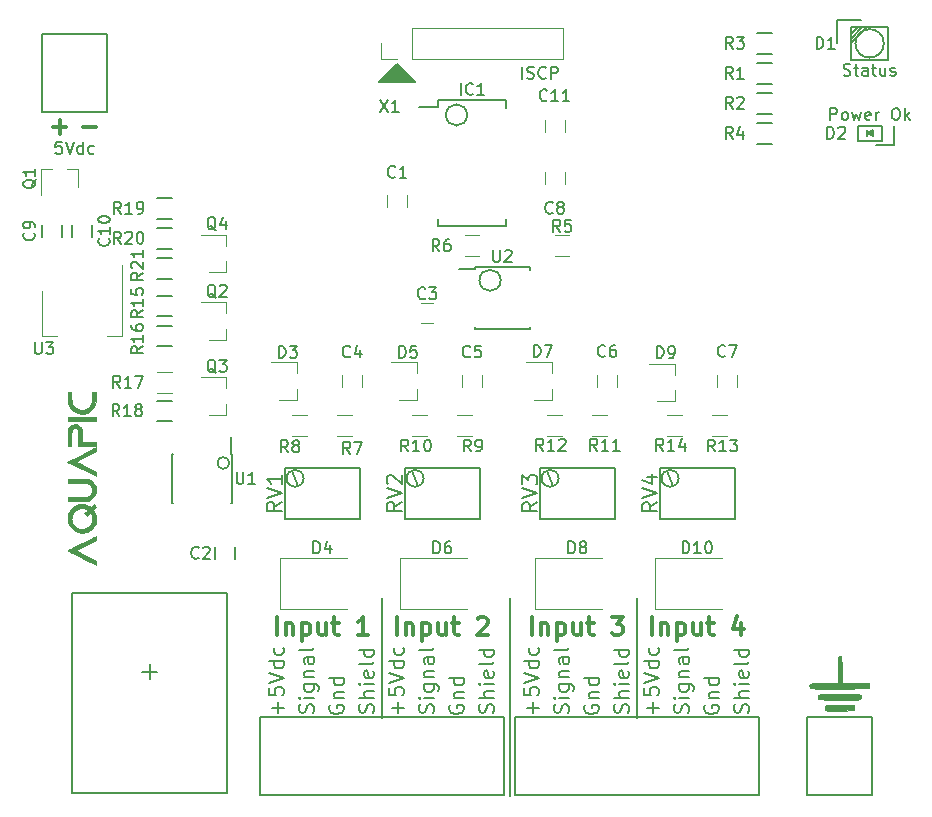
<source format=gto>
G04 #@! TF.FileFunction,Legend,Top*
%FSLAX46Y46*%
G04 Gerber Fmt 4.6, Leading zero omitted, Abs format (unit mm)*
G04 Created by KiCad (PCBNEW 4.0.2+dfsg1-stable) date Tue 14 Aug 2018 06:50:16 PM EDT*
%MOMM*%
G01*
G04 APERTURE LIST*
%ADD10C,0.127000*%
%ADD11C,0.203200*%
%ADD12C,0.200000*%
%ADD13C,0.304800*%
%ADD14C,0.300000*%
%ADD15C,0.152400*%
%ADD16C,0.120000*%
%ADD17C,0.150000*%
%ADD18C,0.100000*%
%ADD19C,0.010000*%
G04 APERTURE END LIST*
D10*
D11*
X44220191Y64310381D02*
X44220191Y65326381D01*
X44655620Y64358762D02*
X44800763Y64310381D01*
X45042667Y64310381D01*
X45139429Y64358762D01*
X45187810Y64407143D01*
X45236191Y64503905D01*
X45236191Y64600667D01*
X45187810Y64697429D01*
X45139429Y64745810D01*
X45042667Y64794190D01*
X44849144Y64842571D01*
X44752382Y64890952D01*
X44704001Y64939333D01*
X44655620Y65036095D01*
X44655620Y65132857D01*
X44704001Y65229619D01*
X44752382Y65278000D01*
X44849144Y65326381D01*
X45091048Y65326381D01*
X45236191Y65278000D01*
X46252191Y64407143D02*
X46203810Y64358762D01*
X46058667Y64310381D01*
X45961905Y64310381D01*
X45816763Y64358762D01*
X45720001Y64455524D01*
X45671620Y64552286D01*
X45623239Y64745810D01*
X45623239Y64890952D01*
X45671620Y65084476D01*
X45720001Y65181238D01*
X45816763Y65278000D01*
X45961905Y65326381D01*
X46058667Y65326381D01*
X46203810Y65278000D01*
X46252191Y65229619D01*
X46687620Y64310381D02*
X46687620Y65326381D01*
X47074667Y65326381D01*
X47171429Y65278000D01*
X47219810Y65229619D01*
X47268191Y65132857D01*
X47268191Y64987714D01*
X47219810Y64890952D01*
X47171429Y64842571D01*
X47074667Y64794190D01*
X46687620Y64794190D01*
D12*
X39586026Y61245500D02*
G75*
G03X39586026Y61245500I-898026J0D01*
G01*
X42427026Y47244000D02*
G75*
G03X42427026Y47244000I-898026J0D01*
G01*
X43180000Y3556000D02*
X43180000Y20320000D01*
X53975000Y10160000D02*
X53975000Y20320000D01*
X32385000Y10160000D02*
X32385000Y20320000D01*
D13*
X55245000Y17217571D02*
X55245000Y18741571D01*
X55970714Y18233571D02*
X55970714Y17217571D01*
X55970714Y18088429D02*
X56043286Y18161000D01*
X56188428Y18233571D01*
X56406143Y18233571D01*
X56551286Y18161000D01*
X56623857Y18015857D01*
X56623857Y17217571D01*
X57349571Y18233571D02*
X57349571Y16709571D01*
X57349571Y18161000D02*
X57494714Y18233571D01*
X57785000Y18233571D01*
X57930143Y18161000D01*
X58002714Y18088429D01*
X58075285Y17943286D01*
X58075285Y17507857D01*
X58002714Y17362714D01*
X57930143Y17290143D01*
X57785000Y17217571D01*
X57494714Y17217571D01*
X57349571Y17290143D01*
X59381571Y18233571D02*
X59381571Y17217571D01*
X58728428Y18233571D02*
X58728428Y17435286D01*
X58801000Y17290143D01*
X58946142Y17217571D01*
X59163857Y17217571D01*
X59309000Y17290143D01*
X59381571Y17362714D01*
X59889571Y18233571D02*
X60470142Y18233571D01*
X60107285Y18741571D02*
X60107285Y17435286D01*
X60179857Y17290143D01*
X60324999Y17217571D01*
X60470142Y17217571D01*
X62792428Y18233571D02*
X62792428Y17217571D01*
X62429571Y18814143D02*
X62066714Y17725571D01*
X63010142Y17725571D01*
X45085000Y17217571D02*
X45085000Y18741571D01*
X45810714Y18233571D02*
X45810714Y17217571D01*
X45810714Y18088429D02*
X45883286Y18161000D01*
X46028428Y18233571D01*
X46246143Y18233571D01*
X46391286Y18161000D01*
X46463857Y18015857D01*
X46463857Y17217571D01*
X47189571Y18233571D02*
X47189571Y16709571D01*
X47189571Y18161000D02*
X47334714Y18233571D01*
X47625000Y18233571D01*
X47770143Y18161000D01*
X47842714Y18088429D01*
X47915285Y17943286D01*
X47915285Y17507857D01*
X47842714Y17362714D01*
X47770143Y17290143D01*
X47625000Y17217571D01*
X47334714Y17217571D01*
X47189571Y17290143D01*
X49221571Y18233571D02*
X49221571Y17217571D01*
X48568428Y18233571D02*
X48568428Y17435286D01*
X48641000Y17290143D01*
X48786142Y17217571D01*
X49003857Y17217571D01*
X49149000Y17290143D01*
X49221571Y17362714D01*
X49729571Y18233571D02*
X50310142Y18233571D01*
X49947285Y18741571D02*
X49947285Y17435286D01*
X50019857Y17290143D01*
X50164999Y17217571D01*
X50310142Y17217571D01*
X51834142Y18741571D02*
X52777571Y18741571D01*
X52269571Y18161000D01*
X52487285Y18161000D01*
X52632428Y18088429D01*
X52704999Y18015857D01*
X52777571Y17870714D01*
X52777571Y17507857D01*
X52704999Y17362714D01*
X52632428Y17290143D01*
X52487285Y17217571D01*
X52051857Y17217571D01*
X51906714Y17290143D01*
X51834142Y17362714D01*
X33655000Y17217571D02*
X33655000Y18741571D01*
X34380714Y18233571D02*
X34380714Y17217571D01*
X34380714Y18088429D02*
X34453286Y18161000D01*
X34598428Y18233571D01*
X34816143Y18233571D01*
X34961286Y18161000D01*
X35033857Y18015857D01*
X35033857Y17217571D01*
X35759571Y18233571D02*
X35759571Y16709571D01*
X35759571Y18161000D02*
X35904714Y18233571D01*
X36195000Y18233571D01*
X36340143Y18161000D01*
X36412714Y18088429D01*
X36485285Y17943286D01*
X36485285Y17507857D01*
X36412714Y17362714D01*
X36340143Y17290143D01*
X36195000Y17217571D01*
X35904714Y17217571D01*
X35759571Y17290143D01*
X37791571Y18233571D02*
X37791571Y17217571D01*
X37138428Y18233571D02*
X37138428Y17435286D01*
X37211000Y17290143D01*
X37356142Y17217571D01*
X37573857Y17217571D01*
X37719000Y17290143D01*
X37791571Y17362714D01*
X38299571Y18233571D02*
X38880142Y18233571D01*
X38517285Y18741571D02*
X38517285Y17435286D01*
X38589857Y17290143D01*
X38734999Y17217571D01*
X38880142Y17217571D01*
X40476714Y18596429D02*
X40549285Y18669000D01*
X40694428Y18741571D01*
X41057285Y18741571D01*
X41202428Y18669000D01*
X41274999Y18596429D01*
X41347571Y18451286D01*
X41347571Y18306143D01*
X41274999Y18088429D01*
X40404142Y17217571D01*
X41347571Y17217571D01*
X23495000Y17217571D02*
X23495000Y18741571D01*
X24220714Y18233571D02*
X24220714Y17217571D01*
X24220714Y18088429D02*
X24293286Y18161000D01*
X24438428Y18233571D01*
X24656143Y18233571D01*
X24801286Y18161000D01*
X24873857Y18015857D01*
X24873857Y17217571D01*
X25599571Y18233571D02*
X25599571Y16709571D01*
X25599571Y18161000D02*
X25744714Y18233571D01*
X26035000Y18233571D01*
X26180143Y18161000D01*
X26252714Y18088429D01*
X26325285Y17943286D01*
X26325285Y17507857D01*
X26252714Y17362714D01*
X26180143Y17290143D01*
X26035000Y17217571D01*
X25744714Y17217571D01*
X25599571Y17290143D01*
X27631571Y18233571D02*
X27631571Y17217571D01*
X26978428Y18233571D02*
X26978428Y17435286D01*
X27051000Y17290143D01*
X27196142Y17217571D01*
X27413857Y17217571D01*
X27559000Y17290143D01*
X27631571Y17362714D01*
X28139571Y18233571D02*
X28720142Y18233571D01*
X28357285Y18741571D02*
X28357285Y17435286D01*
X28429857Y17290143D01*
X28574999Y17217571D01*
X28720142Y17217571D01*
X31187571Y17217571D02*
X30316714Y17217571D01*
X30752142Y17217571D02*
X30752142Y18741571D01*
X30606999Y18523857D01*
X30461857Y18378714D01*
X30316714Y18306143D01*
D11*
X55335714Y10583334D02*
X55335714Y11550953D01*
X55819524Y11067143D02*
X54851905Y11067143D01*
X54549524Y12760477D02*
X54549524Y12155715D01*
X55154286Y12095239D01*
X55093810Y12155715D01*
X55033333Y12276667D01*
X55033333Y12579048D01*
X55093810Y12700001D01*
X55154286Y12760477D01*
X55275238Y12820953D01*
X55577619Y12820953D01*
X55698571Y12760477D01*
X55759048Y12700001D01*
X55819524Y12579048D01*
X55819524Y12276667D01*
X55759048Y12155715D01*
X55698571Y12095239D01*
X54549524Y13183810D02*
X55819524Y13607144D01*
X54549524Y14030477D01*
X55819524Y14998096D02*
X54549524Y14998096D01*
X55759048Y14998096D02*
X55819524Y14877143D01*
X55819524Y14635239D01*
X55759048Y14514286D01*
X55698571Y14453810D01*
X55577619Y14393334D01*
X55214762Y14393334D01*
X55093810Y14453810D01*
X55033333Y14514286D01*
X54972857Y14635239D01*
X54972857Y14877143D01*
X55033333Y14998096D01*
X55759048Y16147144D02*
X55819524Y16026191D01*
X55819524Y15784287D01*
X55759048Y15663334D01*
X55698571Y15602858D01*
X55577619Y15542382D01*
X55214762Y15542382D01*
X55093810Y15602858D01*
X55033333Y15663334D01*
X54972857Y15784287D01*
X54972857Y16026191D01*
X55033333Y16147144D01*
X45175714Y10583334D02*
X45175714Y11550953D01*
X45659524Y11067143D02*
X44691905Y11067143D01*
X44389524Y12760477D02*
X44389524Y12155715D01*
X44994286Y12095239D01*
X44933810Y12155715D01*
X44873333Y12276667D01*
X44873333Y12579048D01*
X44933810Y12700001D01*
X44994286Y12760477D01*
X45115238Y12820953D01*
X45417619Y12820953D01*
X45538571Y12760477D01*
X45599048Y12700001D01*
X45659524Y12579048D01*
X45659524Y12276667D01*
X45599048Y12155715D01*
X45538571Y12095239D01*
X44389524Y13183810D02*
X45659524Y13607144D01*
X44389524Y14030477D01*
X45659524Y14998096D02*
X44389524Y14998096D01*
X45599048Y14998096D02*
X45659524Y14877143D01*
X45659524Y14635239D01*
X45599048Y14514286D01*
X45538571Y14453810D01*
X45417619Y14393334D01*
X45054762Y14393334D01*
X44933810Y14453810D01*
X44873333Y14514286D01*
X44812857Y14635239D01*
X44812857Y14877143D01*
X44873333Y14998096D01*
X45599048Y16147144D02*
X45659524Y16026191D01*
X45659524Y15784287D01*
X45599048Y15663334D01*
X45538571Y15602858D01*
X45417619Y15542382D01*
X45054762Y15542382D01*
X44933810Y15602858D01*
X44873333Y15663334D01*
X44812857Y15784287D01*
X44812857Y16026191D01*
X44873333Y16147144D01*
X33745714Y10583334D02*
X33745714Y11550953D01*
X34229524Y11067143D02*
X33261905Y11067143D01*
X32959524Y12760477D02*
X32959524Y12155715D01*
X33564286Y12095239D01*
X33503810Y12155715D01*
X33443333Y12276667D01*
X33443333Y12579048D01*
X33503810Y12700001D01*
X33564286Y12760477D01*
X33685238Y12820953D01*
X33987619Y12820953D01*
X34108571Y12760477D01*
X34169048Y12700001D01*
X34229524Y12579048D01*
X34229524Y12276667D01*
X34169048Y12155715D01*
X34108571Y12095239D01*
X32959524Y13183810D02*
X34229524Y13607144D01*
X32959524Y14030477D01*
X34229524Y14998096D02*
X32959524Y14998096D01*
X34169048Y14998096D02*
X34229524Y14877143D01*
X34229524Y14635239D01*
X34169048Y14514286D01*
X34108571Y14453810D01*
X33987619Y14393334D01*
X33624762Y14393334D01*
X33503810Y14453810D01*
X33443333Y14514286D01*
X33382857Y14635239D01*
X33382857Y14877143D01*
X33443333Y14998096D01*
X34169048Y16147144D02*
X34229524Y16026191D01*
X34229524Y15784287D01*
X34169048Y15663334D01*
X34108571Y15602858D01*
X33987619Y15542382D01*
X33624762Y15542382D01*
X33503810Y15602858D01*
X33443333Y15663334D01*
X33382857Y15784287D01*
X33382857Y16026191D01*
X33443333Y16147144D01*
X27940000Y11248571D02*
X27879524Y11127619D01*
X27879524Y10946190D01*
X27940000Y10764762D01*
X28060952Y10643809D01*
X28181905Y10583333D01*
X28423810Y10522857D01*
X28605238Y10522857D01*
X28847143Y10583333D01*
X28968095Y10643809D01*
X29089048Y10764762D01*
X29149524Y10946190D01*
X29149524Y11067142D01*
X29089048Y11248571D01*
X29028571Y11309047D01*
X28605238Y11309047D01*
X28605238Y11067142D01*
X28302857Y11853333D02*
X29149524Y11853333D01*
X28423810Y11853333D02*
X28363333Y11913809D01*
X28302857Y12034762D01*
X28302857Y12216190D01*
X28363333Y12337142D01*
X28484286Y12397619D01*
X29149524Y12397619D01*
X29149524Y13546667D02*
X27879524Y13546667D01*
X29089048Y13546667D02*
X29149524Y13425714D01*
X29149524Y13183810D01*
X29089048Y13062857D01*
X29028571Y13002381D01*
X28907619Y12941905D01*
X28544762Y12941905D01*
X28423810Y13002381D01*
X28363333Y13062857D01*
X28302857Y13183810D01*
X28302857Y13425714D01*
X28363333Y13546667D01*
X38100000Y11248571D02*
X38039524Y11127619D01*
X38039524Y10946190D01*
X38100000Y10764762D01*
X38220952Y10643809D01*
X38341905Y10583333D01*
X38583810Y10522857D01*
X38765238Y10522857D01*
X39007143Y10583333D01*
X39128095Y10643809D01*
X39249048Y10764762D01*
X39309524Y10946190D01*
X39309524Y11067142D01*
X39249048Y11248571D01*
X39188571Y11309047D01*
X38765238Y11309047D01*
X38765238Y11067142D01*
X38462857Y11853333D02*
X39309524Y11853333D01*
X38583810Y11853333D02*
X38523333Y11913809D01*
X38462857Y12034762D01*
X38462857Y12216190D01*
X38523333Y12337142D01*
X38644286Y12397619D01*
X39309524Y12397619D01*
X39309524Y13546667D02*
X38039524Y13546667D01*
X39249048Y13546667D02*
X39309524Y13425714D01*
X39309524Y13183810D01*
X39249048Y13062857D01*
X39188571Y13002381D01*
X39067619Y12941905D01*
X38704762Y12941905D01*
X38583810Y13002381D01*
X38523333Y13062857D01*
X38462857Y13183810D01*
X38462857Y13425714D01*
X38523333Y13546667D01*
X49530000Y11248571D02*
X49469524Y11127619D01*
X49469524Y10946190D01*
X49530000Y10764762D01*
X49650952Y10643809D01*
X49771905Y10583333D01*
X50013810Y10522857D01*
X50195238Y10522857D01*
X50437143Y10583333D01*
X50558095Y10643809D01*
X50679048Y10764762D01*
X50739524Y10946190D01*
X50739524Y11067142D01*
X50679048Y11248571D01*
X50618571Y11309047D01*
X50195238Y11309047D01*
X50195238Y11067142D01*
X49892857Y11853333D02*
X50739524Y11853333D01*
X50013810Y11853333D02*
X49953333Y11913809D01*
X49892857Y12034762D01*
X49892857Y12216190D01*
X49953333Y12337142D01*
X50074286Y12397619D01*
X50739524Y12397619D01*
X50739524Y13546667D02*
X49469524Y13546667D01*
X50679048Y13546667D02*
X50739524Y13425714D01*
X50739524Y13183810D01*
X50679048Y13062857D01*
X50618571Y13002381D01*
X50497619Y12941905D01*
X50134762Y12941905D01*
X50013810Y13002381D01*
X49953333Y13062857D01*
X49892857Y13183810D01*
X49892857Y13425714D01*
X49953333Y13546667D01*
X58299048Y10613571D02*
X58359524Y10794999D01*
X58359524Y11097380D01*
X58299048Y11218333D01*
X58238571Y11278809D01*
X58117619Y11339285D01*
X57996667Y11339285D01*
X57875714Y11278809D01*
X57815238Y11218333D01*
X57754762Y11097380D01*
X57694286Y10855476D01*
X57633810Y10734523D01*
X57573333Y10674047D01*
X57452381Y10613571D01*
X57331429Y10613571D01*
X57210476Y10674047D01*
X57150000Y10734523D01*
X57089524Y10855476D01*
X57089524Y11157856D01*
X57150000Y11339285D01*
X58359524Y11883571D02*
X57512857Y11883571D01*
X57089524Y11883571D02*
X57150000Y11823095D01*
X57210476Y11883571D01*
X57150000Y11944047D01*
X57089524Y11883571D01*
X57210476Y11883571D01*
X57512857Y13032619D02*
X58540952Y13032619D01*
X58661905Y12972142D01*
X58722381Y12911666D01*
X58782857Y12790714D01*
X58782857Y12609285D01*
X58722381Y12488333D01*
X58299048Y13032619D02*
X58359524Y12911666D01*
X58359524Y12669762D01*
X58299048Y12548809D01*
X58238571Y12488333D01*
X58117619Y12427857D01*
X57754762Y12427857D01*
X57633810Y12488333D01*
X57573333Y12548809D01*
X57512857Y12669762D01*
X57512857Y12911666D01*
X57573333Y13032619D01*
X57512857Y13637381D02*
X58359524Y13637381D01*
X57633810Y13637381D02*
X57573333Y13697857D01*
X57512857Y13818810D01*
X57512857Y14000238D01*
X57573333Y14121190D01*
X57694286Y14181667D01*
X58359524Y14181667D01*
X58359524Y15330715D02*
X57694286Y15330715D01*
X57573333Y15270238D01*
X57512857Y15149286D01*
X57512857Y14907381D01*
X57573333Y14786429D01*
X58299048Y15330715D02*
X58359524Y15209762D01*
X58359524Y14907381D01*
X58299048Y14786429D01*
X58178095Y14725953D01*
X58057143Y14725953D01*
X57936190Y14786429D01*
X57875714Y14907381D01*
X57875714Y15209762D01*
X57815238Y15330715D01*
X58359524Y16116906D02*
X58299048Y15995953D01*
X58178095Y15935477D01*
X57089524Y15935477D01*
X48139048Y10613571D02*
X48199524Y10794999D01*
X48199524Y11097380D01*
X48139048Y11218333D01*
X48078571Y11278809D01*
X47957619Y11339285D01*
X47836667Y11339285D01*
X47715714Y11278809D01*
X47655238Y11218333D01*
X47594762Y11097380D01*
X47534286Y10855476D01*
X47473810Y10734523D01*
X47413333Y10674047D01*
X47292381Y10613571D01*
X47171429Y10613571D01*
X47050476Y10674047D01*
X46990000Y10734523D01*
X46929524Y10855476D01*
X46929524Y11157856D01*
X46990000Y11339285D01*
X48199524Y11883571D02*
X47352857Y11883571D01*
X46929524Y11883571D02*
X46990000Y11823095D01*
X47050476Y11883571D01*
X46990000Y11944047D01*
X46929524Y11883571D01*
X47050476Y11883571D01*
X47352857Y13032619D02*
X48380952Y13032619D01*
X48501905Y12972142D01*
X48562381Y12911666D01*
X48622857Y12790714D01*
X48622857Y12609285D01*
X48562381Y12488333D01*
X48139048Y13032619D02*
X48199524Y12911666D01*
X48199524Y12669762D01*
X48139048Y12548809D01*
X48078571Y12488333D01*
X47957619Y12427857D01*
X47594762Y12427857D01*
X47473810Y12488333D01*
X47413333Y12548809D01*
X47352857Y12669762D01*
X47352857Y12911666D01*
X47413333Y13032619D01*
X47352857Y13637381D02*
X48199524Y13637381D01*
X47473810Y13637381D02*
X47413333Y13697857D01*
X47352857Y13818810D01*
X47352857Y14000238D01*
X47413333Y14121190D01*
X47534286Y14181667D01*
X48199524Y14181667D01*
X48199524Y15330715D02*
X47534286Y15330715D01*
X47413333Y15270238D01*
X47352857Y15149286D01*
X47352857Y14907381D01*
X47413333Y14786429D01*
X48139048Y15330715D02*
X48199524Y15209762D01*
X48199524Y14907381D01*
X48139048Y14786429D01*
X48018095Y14725953D01*
X47897143Y14725953D01*
X47776190Y14786429D01*
X47715714Y14907381D01*
X47715714Y15209762D01*
X47655238Y15330715D01*
X48199524Y16116906D02*
X48139048Y15995953D01*
X48018095Y15935477D01*
X46929524Y15935477D01*
X36709048Y10613571D02*
X36769524Y10794999D01*
X36769524Y11097380D01*
X36709048Y11218333D01*
X36648571Y11278809D01*
X36527619Y11339285D01*
X36406667Y11339285D01*
X36285714Y11278809D01*
X36225238Y11218333D01*
X36164762Y11097380D01*
X36104286Y10855476D01*
X36043810Y10734523D01*
X35983333Y10674047D01*
X35862381Y10613571D01*
X35741429Y10613571D01*
X35620476Y10674047D01*
X35560000Y10734523D01*
X35499524Y10855476D01*
X35499524Y11157856D01*
X35560000Y11339285D01*
X36769524Y11883571D02*
X35922857Y11883571D01*
X35499524Y11883571D02*
X35560000Y11823095D01*
X35620476Y11883571D01*
X35560000Y11944047D01*
X35499524Y11883571D01*
X35620476Y11883571D01*
X35922857Y13032619D02*
X36950952Y13032619D01*
X37071905Y12972142D01*
X37132381Y12911666D01*
X37192857Y12790714D01*
X37192857Y12609285D01*
X37132381Y12488333D01*
X36709048Y13032619D02*
X36769524Y12911666D01*
X36769524Y12669762D01*
X36709048Y12548809D01*
X36648571Y12488333D01*
X36527619Y12427857D01*
X36164762Y12427857D01*
X36043810Y12488333D01*
X35983333Y12548809D01*
X35922857Y12669762D01*
X35922857Y12911666D01*
X35983333Y13032619D01*
X35922857Y13637381D02*
X36769524Y13637381D01*
X36043810Y13637381D02*
X35983333Y13697857D01*
X35922857Y13818810D01*
X35922857Y14000238D01*
X35983333Y14121190D01*
X36104286Y14181667D01*
X36769524Y14181667D01*
X36769524Y15330715D02*
X36104286Y15330715D01*
X35983333Y15270238D01*
X35922857Y15149286D01*
X35922857Y14907381D01*
X35983333Y14786429D01*
X36709048Y15330715D02*
X36769524Y15209762D01*
X36769524Y14907381D01*
X36709048Y14786429D01*
X36588095Y14725953D01*
X36467143Y14725953D01*
X36346190Y14786429D01*
X36285714Y14907381D01*
X36285714Y15209762D01*
X36225238Y15330715D01*
X36769524Y16116906D02*
X36709048Y15995953D01*
X36588095Y15935477D01*
X35499524Y15935477D01*
X63379048Y10643810D02*
X63439524Y10825238D01*
X63439524Y11127619D01*
X63379048Y11248572D01*
X63318571Y11309048D01*
X63197619Y11369524D01*
X63076667Y11369524D01*
X62955714Y11309048D01*
X62895238Y11248572D01*
X62834762Y11127619D01*
X62774286Y10885715D01*
X62713810Y10764762D01*
X62653333Y10704286D01*
X62532381Y10643810D01*
X62411429Y10643810D01*
X62290476Y10704286D01*
X62230000Y10764762D01*
X62169524Y10885715D01*
X62169524Y11188095D01*
X62230000Y11369524D01*
X63439524Y11913810D02*
X62169524Y11913810D01*
X63439524Y12458096D02*
X62774286Y12458096D01*
X62653333Y12397619D01*
X62592857Y12276667D01*
X62592857Y12095239D01*
X62653333Y11974286D01*
X62713810Y11913810D01*
X63439524Y13062858D02*
X62592857Y13062858D01*
X62169524Y13062858D02*
X62230000Y13002382D01*
X62290476Y13062858D01*
X62230000Y13123334D01*
X62169524Y13062858D01*
X62290476Y13062858D01*
X63379048Y14151429D02*
X63439524Y14030477D01*
X63439524Y13788572D01*
X63379048Y13667620D01*
X63258095Y13607144D01*
X62774286Y13607144D01*
X62653333Y13667620D01*
X62592857Y13788572D01*
X62592857Y14030477D01*
X62653333Y14151429D01*
X62774286Y14211906D01*
X62895238Y14211906D01*
X63016190Y13607144D01*
X63439524Y14937620D02*
X63379048Y14816667D01*
X63258095Y14756191D01*
X62169524Y14756191D01*
X63439524Y15965715D02*
X62169524Y15965715D01*
X63379048Y15965715D02*
X63439524Y15844762D01*
X63439524Y15602858D01*
X63379048Y15481905D01*
X63318571Y15421429D01*
X63197619Y15360953D01*
X62834762Y15360953D01*
X62713810Y15421429D01*
X62653333Y15481905D01*
X62592857Y15602858D01*
X62592857Y15844762D01*
X62653333Y15965715D01*
X53219048Y10643810D02*
X53279524Y10825238D01*
X53279524Y11127619D01*
X53219048Y11248572D01*
X53158571Y11309048D01*
X53037619Y11369524D01*
X52916667Y11369524D01*
X52795714Y11309048D01*
X52735238Y11248572D01*
X52674762Y11127619D01*
X52614286Y10885715D01*
X52553810Y10764762D01*
X52493333Y10704286D01*
X52372381Y10643810D01*
X52251429Y10643810D01*
X52130476Y10704286D01*
X52070000Y10764762D01*
X52009524Y10885715D01*
X52009524Y11188095D01*
X52070000Y11369524D01*
X53279524Y11913810D02*
X52009524Y11913810D01*
X53279524Y12458096D02*
X52614286Y12458096D01*
X52493333Y12397619D01*
X52432857Y12276667D01*
X52432857Y12095239D01*
X52493333Y11974286D01*
X52553810Y11913810D01*
X53279524Y13062858D02*
X52432857Y13062858D01*
X52009524Y13062858D02*
X52070000Y13002382D01*
X52130476Y13062858D01*
X52070000Y13123334D01*
X52009524Y13062858D01*
X52130476Y13062858D01*
X53219048Y14151429D02*
X53279524Y14030477D01*
X53279524Y13788572D01*
X53219048Y13667620D01*
X53098095Y13607144D01*
X52614286Y13607144D01*
X52493333Y13667620D01*
X52432857Y13788572D01*
X52432857Y14030477D01*
X52493333Y14151429D01*
X52614286Y14211906D01*
X52735238Y14211906D01*
X52856190Y13607144D01*
X53279524Y14937620D02*
X53219048Y14816667D01*
X53098095Y14756191D01*
X52009524Y14756191D01*
X53279524Y15965715D02*
X52009524Y15965715D01*
X53219048Y15965715D02*
X53279524Y15844762D01*
X53279524Y15602858D01*
X53219048Y15481905D01*
X53158571Y15421429D01*
X53037619Y15360953D01*
X52674762Y15360953D01*
X52553810Y15421429D01*
X52493333Y15481905D01*
X52432857Y15602858D01*
X52432857Y15844762D01*
X52493333Y15965715D01*
X41789048Y10643810D02*
X41849524Y10825238D01*
X41849524Y11127619D01*
X41789048Y11248572D01*
X41728571Y11309048D01*
X41607619Y11369524D01*
X41486667Y11369524D01*
X41365714Y11309048D01*
X41305238Y11248572D01*
X41244762Y11127619D01*
X41184286Y10885715D01*
X41123810Y10764762D01*
X41063333Y10704286D01*
X40942381Y10643810D01*
X40821429Y10643810D01*
X40700476Y10704286D01*
X40640000Y10764762D01*
X40579524Y10885715D01*
X40579524Y11188095D01*
X40640000Y11369524D01*
X41849524Y11913810D02*
X40579524Y11913810D01*
X41849524Y12458096D02*
X41184286Y12458096D01*
X41063333Y12397619D01*
X41002857Y12276667D01*
X41002857Y12095239D01*
X41063333Y11974286D01*
X41123810Y11913810D01*
X41849524Y13062858D02*
X41002857Y13062858D01*
X40579524Y13062858D02*
X40640000Y13002382D01*
X40700476Y13062858D01*
X40640000Y13123334D01*
X40579524Y13062858D01*
X40700476Y13062858D01*
X41789048Y14151429D02*
X41849524Y14030477D01*
X41849524Y13788572D01*
X41789048Y13667620D01*
X41668095Y13607144D01*
X41184286Y13607144D01*
X41063333Y13667620D01*
X41002857Y13788572D01*
X41002857Y14030477D01*
X41063333Y14151429D01*
X41184286Y14211906D01*
X41305238Y14211906D01*
X41426190Y13607144D01*
X41849524Y14937620D02*
X41789048Y14816667D01*
X41668095Y14756191D01*
X40579524Y14756191D01*
X41849524Y15965715D02*
X40579524Y15965715D01*
X41789048Y15965715D02*
X41849524Y15844762D01*
X41849524Y15602858D01*
X41789048Y15481905D01*
X41728571Y15421429D01*
X41607619Y15360953D01*
X41244762Y15360953D01*
X41123810Y15421429D01*
X41063333Y15481905D01*
X41002857Y15602858D01*
X41002857Y15844762D01*
X41063333Y15965715D01*
X31629048Y10643810D02*
X31689524Y10825238D01*
X31689524Y11127619D01*
X31629048Y11248572D01*
X31568571Y11309048D01*
X31447619Y11369524D01*
X31326667Y11369524D01*
X31205714Y11309048D01*
X31145238Y11248572D01*
X31084762Y11127619D01*
X31024286Y10885715D01*
X30963810Y10764762D01*
X30903333Y10704286D01*
X30782381Y10643810D01*
X30661429Y10643810D01*
X30540476Y10704286D01*
X30480000Y10764762D01*
X30419524Y10885715D01*
X30419524Y11188095D01*
X30480000Y11369524D01*
X31689524Y11913810D02*
X30419524Y11913810D01*
X31689524Y12458096D02*
X31024286Y12458096D01*
X30903333Y12397619D01*
X30842857Y12276667D01*
X30842857Y12095239D01*
X30903333Y11974286D01*
X30963810Y11913810D01*
X31689524Y13062858D02*
X30842857Y13062858D01*
X30419524Y13062858D02*
X30480000Y13002382D01*
X30540476Y13062858D01*
X30480000Y13123334D01*
X30419524Y13062858D01*
X30540476Y13062858D01*
X31629048Y14151429D02*
X31689524Y14030477D01*
X31689524Y13788572D01*
X31629048Y13667620D01*
X31508095Y13607144D01*
X31024286Y13607144D01*
X30903333Y13667620D01*
X30842857Y13788572D01*
X30842857Y14030477D01*
X30903333Y14151429D01*
X31024286Y14211906D01*
X31145238Y14211906D01*
X31266190Y13607144D01*
X31689524Y14937620D02*
X31629048Y14816667D01*
X31508095Y14756191D01*
X30419524Y14756191D01*
X31689524Y15965715D02*
X30419524Y15965715D01*
X31629048Y15965715D02*
X31689524Y15844762D01*
X31689524Y15602858D01*
X31629048Y15481905D01*
X31568571Y15421429D01*
X31447619Y15360953D01*
X31084762Y15360953D01*
X30963810Y15421429D01*
X30903333Y15481905D01*
X30842857Y15602858D01*
X30842857Y15844762D01*
X30903333Y15965715D01*
X59690000Y11248571D02*
X59629524Y11127619D01*
X59629524Y10946190D01*
X59690000Y10764762D01*
X59810952Y10643809D01*
X59931905Y10583333D01*
X60173810Y10522857D01*
X60355238Y10522857D01*
X60597143Y10583333D01*
X60718095Y10643809D01*
X60839048Y10764762D01*
X60899524Y10946190D01*
X60899524Y11067142D01*
X60839048Y11248571D01*
X60778571Y11309047D01*
X60355238Y11309047D01*
X60355238Y11067142D01*
X60052857Y11853333D02*
X60899524Y11853333D01*
X60173810Y11853333D02*
X60113333Y11913809D01*
X60052857Y12034762D01*
X60052857Y12216190D01*
X60113333Y12337142D01*
X60234286Y12397619D01*
X60899524Y12397619D01*
X60899524Y13546667D02*
X59629524Y13546667D01*
X60839048Y13546667D02*
X60899524Y13425714D01*
X60899524Y13183810D01*
X60839048Y13062857D01*
X60778571Y13002381D01*
X60657619Y12941905D01*
X60294762Y12941905D01*
X60173810Y13002381D01*
X60113333Y13062857D01*
X60052857Y13183810D01*
X60052857Y13425714D01*
X60113333Y13546667D01*
X26549048Y10613571D02*
X26609524Y10794999D01*
X26609524Y11097380D01*
X26549048Y11218333D01*
X26488571Y11278809D01*
X26367619Y11339285D01*
X26246667Y11339285D01*
X26125714Y11278809D01*
X26065238Y11218333D01*
X26004762Y11097380D01*
X25944286Y10855476D01*
X25883810Y10734523D01*
X25823333Y10674047D01*
X25702381Y10613571D01*
X25581429Y10613571D01*
X25460476Y10674047D01*
X25400000Y10734523D01*
X25339524Y10855476D01*
X25339524Y11157856D01*
X25400000Y11339285D01*
X26609524Y11883571D02*
X25762857Y11883571D01*
X25339524Y11883571D02*
X25400000Y11823095D01*
X25460476Y11883571D01*
X25400000Y11944047D01*
X25339524Y11883571D01*
X25460476Y11883571D01*
X25762857Y13032619D02*
X26790952Y13032619D01*
X26911905Y12972142D01*
X26972381Y12911666D01*
X27032857Y12790714D01*
X27032857Y12609285D01*
X26972381Y12488333D01*
X26549048Y13032619D02*
X26609524Y12911666D01*
X26609524Y12669762D01*
X26549048Y12548809D01*
X26488571Y12488333D01*
X26367619Y12427857D01*
X26004762Y12427857D01*
X25883810Y12488333D01*
X25823333Y12548809D01*
X25762857Y12669762D01*
X25762857Y12911666D01*
X25823333Y13032619D01*
X25762857Y13637381D02*
X26609524Y13637381D01*
X25883810Y13637381D02*
X25823333Y13697857D01*
X25762857Y13818810D01*
X25762857Y14000238D01*
X25823333Y14121190D01*
X25944286Y14181667D01*
X26609524Y14181667D01*
X26609524Y15330715D02*
X25944286Y15330715D01*
X25823333Y15270238D01*
X25762857Y15149286D01*
X25762857Y14907381D01*
X25823333Y14786429D01*
X26549048Y15330715D02*
X26609524Y15209762D01*
X26609524Y14907381D01*
X26549048Y14786429D01*
X26428095Y14725953D01*
X26307143Y14725953D01*
X26186190Y14786429D01*
X26125714Y14907381D01*
X26125714Y15209762D01*
X26065238Y15330715D01*
X26609524Y16116906D02*
X26549048Y15995953D01*
X26428095Y15935477D01*
X25339524Y15935477D01*
X23585714Y10583334D02*
X23585714Y11550953D01*
X24069524Y11067143D02*
X23101905Y11067143D01*
X22799524Y12760477D02*
X22799524Y12155715D01*
X23404286Y12095239D01*
X23343810Y12155715D01*
X23283333Y12276667D01*
X23283333Y12579048D01*
X23343810Y12700001D01*
X23404286Y12760477D01*
X23525238Y12820953D01*
X23827619Y12820953D01*
X23948571Y12760477D01*
X24009048Y12700001D01*
X24069524Y12579048D01*
X24069524Y12276667D01*
X24009048Y12155715D01*
X23948571Y12095239D01*
X22799524Y13183810D02*
X24069524Y13607144D01*
X22799524Y14030477D01*
X24069524Y14998096D02*
X22799524Y14998096D01*
X24009048Y14998096D02*
X24069524Y14877143D01*
X24069524Y14635239D01*
X24009048Y14514286D01*
X23948571Y14453810D01*
X23827619Y14393334D01*
X23464762Y14393334D01*
X23343810Y14453810D01*
X23283333Y14514286D01*
X23222857Y14635239D01*
X23222857Y14877143D01*
X23283333Y14998096D01*
X24009048Y16147144D02*
X24069524Y16026191D01*
X24069524Y15784287D01*
X24009048Y15663334D01*
X23948571Y15602858D01*
X23827619Y15542382D01*
X23464762Y15542382D01*
X23343810Y15602858D01*
X23283333Y15663334D01*
X23222857Y15784287D01*
X23222857Y16026191D01*
X23283333Y16147144D01*
D12*
X33782000Y65278000D02*
X33655000Y65405000D01*
X33528000Y65278000D02*
X33782000Y65278000D01*
X33401000Y65151000D02*
X33528000Y65278000D01*
X33909000Y65151000D02*
X33401000Y65151000D01*
X34036000Y65024000D02*
X33909000Y65151000D01*
X33274000Y65024000D02*
X34036000Y65024000D01*
X33147000Y64897000D02*
X34163000Y64897000D01*
X33020000Y64770000D02*
X34290000Y64770000D01*
X32893000Y64643000D02*
X34417000Y64643000D01*
X32766000Y64516000D02*
X34544000Y64516000D01*
X32639000Y64389000D02*
X34671000Y64389000D01*
X32512000Y64262000D02*
X34798000Y64262000D01*
X32385000Y64135000D02*
X34925000Y64135000D01*
X35179000Y64008000D02*
X32131000Y64008000D01*
X33655000Y65532000D02*
X35179000Y64008000D01*
X33655000Y65532000D02*
X32131000Y64008000D01*
X33655000Y65024000D02*
X33655000Y65151000D01*
D14*
X7048572Y60217857D02*
X8191429Y60217857D01*
X4508572Y60217857D02*
X5651429Y60217857D01*
X5080000Y59646429D02*
X5080000Y60789286D01*
D15*
X71458668Y64612762D02*
X71603811Y64564381D01*
X71845715Y64564381D01*
X71942477Y64612762D01*
X71990858Y64661143D01*
X72039239Y64757905D01*
X72039239Y64854667D01*
X71990858Y64951429D01*
X71942477Y64999810D01*
X71845715Y65048190D01*
X71652192Y65096571D01*
X71555430Y65144952D01*
X71507049Y65193333D01*
X71458668Y65290095D01*
X71458668Y65386857D01*
X71507049Y65483619D01*
X71555430Y65532000D01*
X71652192Y65580381D01*
X71894096Y65580381D01*
X72039239Y65532000D01*
X72329525Y65241714D02*
X72716573Y65241714D01*
X72474668Y65580381D02*
X72474668Y64709524D01*
X72523049Y64612762D01*
X72619811Y64564381D01*
X72716573Y64564381D01*
X73490667Y64564381D02*
X73490667Y65096571D01*
X73442286Y65193333D01*
X73345524Y65241714D01*
X73152001Y65241714D01*
X73055239Y65193333D01*
X73490667Y64612762D02*
X73393905Y64564381D01*
X73152001Y64564381D01*
X73055239Y64612762D01*
X73006858Y64709524D01*
X73006858Y64806286D01*
X73055239Y64903048D01*
X73152001Y64951429D01*
X73393905Y64951429D01*
X73490667Y64999810D01*
X73829334Y65241714D02*
X74216382Y65241714D01*
X73974477Y65580381D02*
X73974477Y64709524D01*
X74022858Y64612762D01*
X74119620Y64564381D01*
X74216382Y64564381D01*
X74990476Y65241714D02*
X74990476Y64564381D01*
X74555048Y65241714D02*
X74555048Y64709524D01*
X74603429Y64612762D01*
X74700191Y64564381D01*
X74845333Y64564381D01*
X74942095Y64612762D01*
X74990476Y64661143D01*
X75425905Y64612762D02*
X75522667Y64564381D01*
X75716191Y64564381D01*
X75812952Y64612762D01*
X75861333Y64709524D01*
X75861333Y64757905D01*
X75812952Y64854667D01*
X75716191Y64903048D01*
X75571048Y64903048D01*
X75474286Y64951429D01*
X75425905Y65048190D01*
X75425905Y65096571D01*
X75474286Y65193333D01*
X75571048Y65241714D01*
X75716191Y65241714D01*
X75812952Y65193333D01*
X70321715Y60817881D02*
X70321715Y61833881D01*
X70708762Y61833881D01*
X70805524Y61785500D01*
X70853905Y61737119D01*
X70902286Y61640357D01*
X70902286Y61495214D01*
X70853905Y61398452D01*
X70805524Y61350071D01*
X70708762Y61301690D01*
X70321715Y61301690D01*
X71482858Y60817881D02*
X71386096Y60866262D01*
X71337715Y60914643D01*
X71289334Y61011405D01*
X71289334Y61301690D01*
X71337715Y61398452D01*
X71386096Y61446833D01*
X71482858Y61495214D01*
X71628000Y61495214D01*
X71724762Y61446833D01*
X71773143Y61398452D01*
X71821524Y61301690D01*
X71821524Y61011405D01*
X71773143Y60914643D01*
X71724762Y60866262D01*
X71628000Y60817881D01*
X71482858Y60817881D01*
X72160191Y61495214D02*
X72353715Y60817881D01*
X72547238Y61301690D01*
X72740762Y60817881D01*
X72934286Y61495214D01*
X73708381Y60866262D02*
X73611619Y60817881D01*
X73418096Y60817881D01*
X73321334Y60866262D01*
X73272953Y60963024D01*
X73272953Y61350071D01*
X73321334Y61446833D01*
X73418096Y61495214D01*
X73611619Y61495214D01*
X73708381Y61446833D01*
X73756762Y61350071D01*
X73756762Y61253310D01*
X73272953Y61156548D01*
X74192191Y60817881D02*
X74192191Y61495214D01*
X74192191Y61301690D02*
X74240572Y61398452D01*
X74288953Y61446833D01*
X74385715Y61495214D01*
X74482476Y61495214D01*
X75788762Y61833881D02*
X75982285Y61833881D01*
X76079047Y61785500D01*
X76175809Y61688738D01*
X76224190Y61495214D01*
X76224190Y61156548D01*
X76175809Y60963024D01*
X76079047Y60866262D01*
X75982285Y60817881D01*
X75788762Y60817881D01*
X75692000Y60866262D01*
X75595238Y60963024D01*
X75546857Y61156548D01*
X75546857Y61495214D01*
X75595238Y61688738D01*
X75692000Y61785500D01*
X75788762Y61833881D01*
X76659619Y60817881D02*
X76659619Y61833881D01*
X76756381Y61204929D02*
X77046666Y60817881D01*
X77046666Y61495214D02*
X76659619Y61108167D01*
D16*
X47840000Y55380000D02*
X47840000Y56380000D01*
X46140000Y56380000D02*
X46140000Y55380000D01*
D17*
X12700000Y14745005D02*
X12700000Y13475005D01*
X12065000Y14110005D02*
X13335000Y14110005D01*
X6150000Y14110005D02*
X6150000Y3810005D01*
X6150000Y3810005D02*
X19250000Y3810005D01*
X19250000Y3810005D02*
X19250000Y14110005D01*
X6150000Y14110005D02*
X6150000Y20810005D01*
X6150000Y20810005D02*
X19250000Y20810005D01*
X19250000Y20810005D02*
X19250000Y14110005D01*
D16*
X47025000Y51045000D02*
X48225000Y51045000D01*
X48225000Y49285000D02*
X47025000Y49285000D01*
D18*
G36*
X72347667Y10837333D02*
X71139406Y10813831D01*
X70653756Y10806904D01*
X70311828Y10809567D01*
X70088176Y10823963D01*
X69957351Y10852231D01*
X69893908Y10896513D01*
X69881514Y10919664D01*
X69865399Y11112781D01*
X69881514Y11178335D01*
X69924782Y11229763D01*
X70025052Y11264304D01*
X70207772Y11284099D01*
X70498389Y11291289D01*
X70922350Y11288015D01*
X71139406Y11284169D01*
X72347667Y11260666D01*
X72347667Y11049000D01*
X72347667Y10837333D01*
X72347667Y10837333D01*
X72347667Y10837333D01*
G37*
X72347667Y10837333D02*
X71139406Y10813831D01*
X70653756Y10806904D01*
X70311828Y10809567D01*
X70088176Y10823963D01*
X69957351Y10852231D01*
X69893908Y10896513D01*
X69881514Y10919664D01*
X69865399Y11112781D01*
X69881514Y11178335D01*
X69924782Y11229763D01*
X70025052Y11264304D01*
X70207772Y11284099D01*
X70498389Y11291289D01*
X70922350Y11288015D01*
X71139406Y11284169D01*
X72347667Y11260666D01*
X72347667Y11049000D01*
X72347667Y10837333D01*
X72347667Y10837333D01*
G36*
X72944190Y11915954D02*
X72928618Y11853333D01*
X72889440Y11810045D01*
X72795833Y11777571D01*
X72627073Y11754460D01*
X72362435Y11739259D01*
X71981196Y11730516D01*
X71462630Y11726780D01*
X71115939Y11726333D01*
X70489382Y11730406D01*
X69980966Y11742207D01*
X69604060Y11761105D01*
X69372033Y11786474D01*
X69299199Y11811757D01*
X69278982Y11955564D01*
X69299907Y12065757D01*
X69325409Y12122087D01*
X69375927Y12164250D01*
X69473507Y12194291D01*
X69640198Y12214257D01*
X69898047Y12226194D01*
X70269102Y12232147D01*
X70775408Y12234162D01*
X71116647Y12234333D01*
X71718383Y12232707D01*
X72171536Y12226862D01*
X72496835Y12215343D01*
X72715008Y12196699D01*
X72846785Y12169477D01*
X72912893Y12132223D01*
X72928618Y12107333D01*
X72944190Y11915954D01*
X72944190Y11915954D01*
X72944190Y11915954D01*
G37*
X72944190Y11915954D02*
X72928618Y11853333D01*
X72889440Y11810045D01*
X72795833Y11777571D01*
X72627073Y11754460D01*
X72362435Y11739259D01*
X71981196Y11730516D01*
X71462630Y11726780D01*
X71115939Y11726333D01*
X70489382Y11730406D01*
X69980966Y11742207D01*
X69604060Y11761105D01*
X69372033Y11786474D01*
X69299199Y11811757D01*
X69278982Y11955564D01*
X69299907Y12065757D01*
X69325409Y12122087D01*
X69375927Y12164250D01*
X69473507Y12194291D01*
X69640198Y12214257D01*
X69898047Y12226194D01*
X70269102Y12232147D01*
X70775408Y12234162D01*
X71116647Y12234333D01*
X71718383Y12232707D01*
X72171536Y12226862D01*
X72496835Y12215343D01*
X72715008Y12196699D01*
X72846785Y12169477D01*
X72912893Y12132223D01*
X72928618Y12107333D01*
X72944190Y11915954D01*
X72944190Y11915954D01*
G36*
X73617667Y12700000D02*
X71139002Y12677551D01*
X70416434Y12671953D01*
X69845463Y12670222D01*
X69408377Y12673099D01*
X69087470Y12681326D01*
X68865030Y12695643D01*
X68723351Y12716793D01*
X68644721Y12745517D01*
X68611434Y12782557D01*
X68611110Y12783384D01*
X68571450Y12927059D01*
X68593986Y13029865D01*
X68699517Y13098463D01*
X68908840Y13139511D01*
X69242751Y13159668D01*
X69722048Y13165593D01*
X69805010Y13165666D01*
X70950667Y13165666D01*
X70950667Y14308666D01*
X70952008Y14767953D01*
X70958649Y15084402D01*
X70974513Y15284507D01*
X71003526Y15394757D01*
X71049612Y15441643D01*
X71116695Y15451658D01*
X71120000Y15451666D01*
X71188102Y15442597D01*
X71235004Y15397709D01*
X71264640Y15290485D01*
X71280949Y15094406D01*
X71287868Y14782954D01*
X71289333Y14329610D01*
X71289334Y14311056D01*
X71289334Y13170445D01*
X72453500Y13146889D01*
X73617667Y13123333D01*
X73617667Y12911666D01*
X73617667Y12700000D01*
X73617667Y12700000D01*
X73617667Y12700000D01*
G37*
X73617667Y12700000D02*
X71139002Y12677551D01*
X70416434Y12671953D01*
X69845463Y12670222D01*
X69408377Y12673099D01*
X69087470Y12681326D01*
X68865030Y12695643D01*
X68723351Y12716793D01*
X68644721Y12745517D01*
X68611434Y12782557D01*
X68611110Y12783384D01*
X68571450Y12927059D01*
X68593986Y13029865D01*
X68699517Y13098463D01*
X68908840Y13139511D01*
X69242751Y13159668D01*
X69722048Y13165593D01*
X69805010Y13165666D01*
X70950667Y13165666D01*
X70950667Y14308666D01*
X70952008Y14767953D01*
X70958649Y15084402D01*
X70974513Y15284507D01*
X71003526Y15394757D01*
X71049612Y15441643D01*
X71116695Y15451658D01*
X71120000Y15451666D01*
X71188102Y15442597D01*
X71235004Y15397709D01*
X71264640Y15290485D01*
X71280949Y15094406D01*
X71287868Y14782954D01*
X71289333Y14329610D01*
X71289334Y14311056D01*
X71289334Y13170445D01*
X72453500Y13146889D01*
X73617667Y13123333D01*
X73617667Y12911666D01*
X73617667Y12700000D01*
X73617667Y12700000D01*
D16*
X35695000Y43600000D02*
X36695000Y43600000D01*
X36695000Y45300000D02*
X35695000Y45300000D01*
X28995000Y39235000D02*
X28995000Y38235000D01*
X30695000Y38235000D02*
X30695000Y39235000D01*
X39155000Y39235000D02*
X39155000Y38235000D01*
X40855000Y38235000D02*
X40855000Y39235000D01*
X50585000Y39235000D02*
X50585000Y38235000D01*
X52285000Y38235000D02*
X52285000Y39235000D01*
X60745000Y39235000D02*
X60745000Y38235000D01*
X62445000Y38235000D02*
X62445000Y39235000D01*
X25160000Y37155000D02*
X25160000Y38085000D01*
X25160000Y40315000D02*
X25160000Y39385000D01*
X25160000Y40315000D02*
X23000000Y40315000D01*
X25160000Y37155000D02*
X23700000Y37155000D01*
X23755000Y23740000D02*
X23755000Y19440000D01*
X23755000Y19440000D02*
X29455000Y19440000D01*
X23755000Y23740000D02*
X29455000Y23740000D01*
X35320000Y37155000D02*
X35320000Y38085000D01*
X35320000Y40315000D02*
X35320000Y39385000D01*
X35320000Y40315000D02*
X33160000Y40315000D01*
X35320000Y37155000D02*
X33860000Y37155000D01*
X33915000Y23740000D02*
X33915000Y19440000D01*
X33915000Y19440000D02*
X39615000Y19440000D01*
X33915000Y23740000D02*
X39615000Y23740000D01*
X46734000Y37155000D02*
X46734000Y38085000D01*
X46734000Y40315000D02*
X46734000Y39385000D01*
X46734000Y40315000D02*
X44574000Y40315000D01*
X46734000Y37155000D02*
X45274000Y37155000D01*
X45345000Y23740000D02*
X45345000Y19440000D01*
X45345000Y19440000D02*
X51045000Y19440000D01*
X45345000Y23740000D02*
X51045000Y23740000D01*
X57148000Y37028000D02*
X57148000Y37958000D01*
X57148000Y40188000D02*
X57148000Y39258000D01*
X57148000Y40188000D02*
X54988000Y40188000D01*
X57148000Y37028000D02*
X55688000Y37028000D01*
X55505000Y23740000D02*
X55505000Y19440000D01*
X55505000Y19440000D02*
X61205000Y19440000D01*
X55505000Y23740000D02*
X61205000Y23740000D01*
D17*
X64335000Y10285000D02*
X64335000Y3685000D01*
X43615000Y10285000D02*
X64335000Y10285000D01*
X43615000Y3685000D02*
X43615000Y10285000D01*
X64335000Y3685000D02*
X43615000Y3685000D01*
X42745000Y3685000D02*
X22025000Y3685000D01*
X22025000Y3685000D02*
X22025000Y10285000D01*
X22025000Y10285000D02*
X42745000Y10285000D01*
X42745000Y10285000D02*
X42745000Y3685000D01*
X73860000Y3685000D02*
X68380000Y3685000D01*
X68380000Y3685000D02*
X68380000Y10285000D01*
X68380000Y10285000D02*
X73860000Y10285000D01*
X73860000Y10285000D02*
X73860000Y3685000D01*
D16*
X47685000Y65980000D02*
X47685000Y68640000D01*
X34925000Y65980000D02*
X47685000Y65980000D01*
X34925000Y68640000D02*
X47685000Y68640000D01*
X34925000Y65980000D02*
X34925000Y68640000D01*
X33655000Y65980000D02*
X32325000Y65980000D01*
X32325000Y65980000D02*
X32325000Y67310000D01*
X39405000Y51045000D02*
X40605000Y51045000D01*
X40605000Y49285000D02*
X39405000Y49285000D01*
X28610000Y35805000D02*
X29810000Y35805000D01*
X29810000Y34045000D02*
X28610000Y34045000D01*
X26000000Y34045000D02*
X24800000Y34045000D01*
X24800000Y35805000D02*
X26000000Y35805000D01*
X38770000Y35805000D02*
X39970000Y35805000D01*
X39970000Y34045000D02*
X38770000Y34045000D01*
X36160000Y34045000D02*
X34960000Y34045000D01*
X34960000Y35805000D02*
X36160000Y35805000D01*
X50200000Y35805000D02*
X51400000Y35805000D01*
X51400000Y34045000D02*
X50200000Y34045000D01*
X47590000Y34045000D02*
X46390000Y34045000D01*
X46390000Y35805000D02*
X47590000Y35805000D01*
X60360000Y35805000D02*
X61560000Y35805000D01*
X61560000Y34045000D02*
X60360000Y34045000D01*
X57750000Y34045000D02*
X56550000Y34045000D01*
X56550000Y35805000D02*
X57750000Y35805000D01*
D17*
X24765000Y31115000D02*
X25273000Y29845000D01*
X25737420Y30480000D02*
G75*
G03X25737420Y30480000I-718420J0D01*
G01*
X24130000Y31369000D02*
X30480000Y31369000D01*
X30480000Y31369000D02*
X30480000Y27051000D01*
X30480000Y27051000D02*
X24130000Y27051000D01*
X24130000Y27051000D02*
X24130000Y31369000D01*
X34925000Y31115000D02*
X35433000Y29845000D01*
X35897420Y30480000D02*
G75*
G03X35897420Y30480000I-718420J0D01*
G01*
X34290000Y31369000D02*
X40640000Y31369000D01*
X40640000Y31369000D02*
X40640000Y27051000D01*
X40640000Y27051000D02*
X34290000Y27051000D01*
X34290000Y27051000D02*
X34290000Y31369000D01*
X46355000Y31115000D02*
X46863000Y29845000D01*
X47327420Y30480000D02*
G75*
G03X47327420Y30480000I-718420J0D01*
G01*
X45720000Y31369000D02*
X52070000Y31369000D01*
X52070000Y31369000D02*
X52070000Y27051000D01*
X52070000Y27051000D02*
X45720000Y27051000D01*
X45720000Y27051000D02*
X45720000Y31369000D01*
X56515000Y31115000D02*
X57023000Y29845000D01*
X57487420Y30480000D02*
G75*
G03X57487420Y30480000I-718420J0D01*
G01*
X55880000Y31369000D02*
X62230000Y31369000D01*
X62230000Y31369000D02*
X62230000Y27051000D01*
X62230000Y27051000D02*
X55880000Y27051000D01*
X55880000Y27051000D02*
X55880000Y31369000D01*
X40220000Y48345000D02*
X40220000Y48220000D01*
X44870000Y48345000D02*
X44870000Y48120000D01*
X44870000Y43095000D02*
X44870000Y43320000D01*
X40220000Y43095000D02*
X40220000Y43320000D01*
X40220000Y48345000D02*
X44870000Y48345000D01*
X40220000Y43095000D02*
X44870000Y43095000D01*
X40220000Y48220000D02*
X38870000Y48220000D01*
D16*
X32805000Y54475000D02*
X32805000Y53475000D01*
X34505000Y53475000D02*
X34505000Y54475000D01*
D17*
X37130000Y62475000D02*
X37130000Y61900000D01*
X42880000Y62475000D02*
X42880000Y61825000D01*
X42880000Y51825000D02*
X42880000Y52475000D01*
X37130000Y51825000D02*
X37130000Y52475000D01*
X37130000Y62475000D02*
X42880000Y62475000D01*
X37130000Y51825000D02*
X42880000Y51825000D01*
X37130000Y61900000D02*
X35530000Y61900000D01*
D16*
X47840000Y59841000D02*
X47840000Y60841000D01*
X46140000Y60841000D02*
X46140000Y59841000D01*
X3575000Y42540000D02*
X4835000Y42540000D01*
X10395000Y42540000D02*
X9135000Y42540000D01*
X3575000Y46300000D02*
X3575000Y42540000D01*
X10395000Y48550000D02*
X10395000Y42540000D01*
D17*
X3595000Y51935000D02*
X3595000Y50935000D01*
X5295000Y50935000D02*
X5295000Y51935000D01*
X6135000Y51935000D02*
X6135000Y50935000D01*
X7835000Y50935000D02*
X7835000Y51935000D01*
X19900000Y23630000D02*
X19900000Y24630000D01*
X18200000Y24630000D02*
X18200000Y23630000D01*
X75692000Y58674000D02*
X75692000Y60325000D01*
X75057000Y58674000D02*
X74168000Y58674000D01*
X75057000Y58674000D02*
X75692000Y58674000D01*
X73406000Y59944000D02*
X73406000Y59436000D01*
X72644000Y59055000D02*
X74676000Y59055000D01*
X74676000Y60325000D02*
X72644000Y60325000D01*
X72644000Y59055000D02*
X72644000Y60325000D01*
X74676000Y60325000D02*
X74676000Y59055000D01*
X73406000Y59690000D02*
X73660000Y59690000D01*
X73660000Y59690000D02*
X73914000Y59944000D01*
X73914000Y59690000D02*
X73660000Y59690000D01*
X73660000Y59690000D02*
X73914000Y59436000D01*
X73914000Y59436000D02*
X73660000Y59690000D01*
X73914000Y59944000D02*
X73914000Y59436000D01*
X73914000Y59436000D02*
X73406000Y59690000D01*
X73406000Y59690000D02*
X73914000Y59944000D01*
X64170000Y65645000D02*
X65370000Y65645000D01*
X65370000Y63895000D02*
X64170000Y63895000D01*
X64170000Y63105000D02*
X65370000Y63105000D01*
X65370000Y61355000D02*
X64170000Y61355000D01*
X64170000Y68185000D02*
X65370000Y68185000D01*
X65370000Y66435000D02*
X64170000Y66435000D01*
X13370000Y54215000D02*
X14570000Y54215000D01*
X14570000Y52465000D02*
X13370000Y52465000D01*
X13370000Y51675000D02*
X14570000Y51675000D01*
X14570000Y49925000D02*
X13370000Y49925000D01*
X14570000Y47385000D02*
X13370000Y47385000D01*
X13370000Y49135000D02*
X14570000Y49135000D01*
X14570000Y44210000D02*
X13370000Y44210000D01*
X13370000Y45960000D02*
X14570000Y45960000D01*
X14570000Y41670000D02*
X13370000Y41670000D01*
X13370000Y43420000D02*
X14570000Y43420000D01*
X14570000Y35320000D02*
X13370000Y35320000D01*
X13370000Y37070000D02*
X14570000Y37070000D01*
X65370000Y58815000D02*
X64170000Y58815000D01*
X64170000Y60565000D02*
X65370000Y60565000D01*
X19445000Y31780000D02*
G75*
G03X19445000Y31780000I-500000J0D01*
G01*
X19720000Y32555000D02*
X19575000Y32555000D01*
X19720000Y28405000D02*
X19575000Y28405000D01*
X14570000Y28405000D02*
X14715000Y28405000D01*
X14570000Y32555000D02*
X14715000Y32555000D01*
X19720000Y32555000D02*
X19720000Y28405000D01*
X14570000Y32555000D02*
X14570000Y28405000D01*
X19575000Y32555000D02*
X19575000Y33955000D01*
X70910000Y67310000D02*
X70910000Y69310000D01*
X70910000Y69310000D02*
X72910000Y69310000D01*
X72060000Y68110000D02*
X72660000Y68710000D01*
X72060000Y67710000D02*
X73060000Y68710000D01*
X72060000Y67310000D02*
X73460000Y68710000D01*
X74860000Y67310000D02*
G75*
G03X74860000Y67310000I-1200000J0D01*
G01*
X75260000Y65910000D02*
X75260000Y68710000D01*
X75260000Y68710000D02*
X72060000Y68710000D01*
X72060000Y68710000D02*
X72060000Y65910000D01*
X72060000Y65910000D02*
X75260000Y65910000D01*
X9090000Y61470000D02*
X3610000Y61470000D01*
X3610000Y61470000D02*
X3610000Y68070000D01*
X3610000Y68070000D02*
X9090000Y68070000D01*
X9090000Y68070000D02*
X9090000Y61470000D01*
D16*
X19175000Y47950000D02*
X19175000Y48880000D01*
X19175000Y51110000D02*
X19175000Y50180000D01*
X19175000Y51110000D02*
X17015000Y51110000D01*
X19175000Y47950000D02*
X17715000Y47950000D01*
X19175000Y42235000D02*
X19175000Y43165000D01*
X19175000Y45395000D02*
X19175000Y44465000D01*
X19175000Y45395000D02*
X17015000Y45395000D01*
X19175000Y42235000D02*
X17715000Y42235000D01*
X19175000Y35885000D02*
X19175000Y36815000D01*
X19175000Y39045000D02*
X19175000Y38115000D01*
X19175000Y39045000D02*
X17015000Y39045000D01*
X19175000Y35885000D02*
X17715000Y35885000D01*
X6660000Y56640000D02*
X5730000Y56640000D01*
X3500000Y56640000D02*
X4430000Y56640000D01*
X3500000Y56640000D02*
X3500000Y54480000D01*
X6660000Y56640000D02*
X6660000Y55180000D01*
X14570000Y37728000D02*
X13370000Y37728000D01*
X13370000Y39488000D02*
X14570000Y39488000D01*
D19*
G36*
X5775686Y24385380D02*
X5828153Y24413969D01*
X5910847Y24457253D01*
X6019881Y24513302D01*
X6151368Y24580188D01*
X6301421Y24655981D01*
X6466152Y24738752D01*
X6641674Y24826570D01*
X6824100Y24917507D01*
X7009543Y25009633D01*
X7194116Y25101019D01*
X7373931Y25189734D01*
X7545102Y25273850D01*
X7703741Y25351437D01*
X7845961Y25420565D01*
X7967875Y25479306D01*
X8065596Y25525729D01*
X8135236Y25557905D01*
X8172908Y25573905D01*
X8178540Y25575237D01*
X8184751Y25549238D01*
X8189337Y25492328D01*
X8191448Y25415924D01*
X8191500Y25401557D01*
X8191500Y25240837D01*
X7323673Y24807336D01*
X6455846Y24373836D01*
X7318381Y23939710D01*
X8180916Y23505583D01*
X8187020Y23345882D01*
X8188248Y23267432D01*
X8185903Y23206349D01*
X8180493Y23174139D01*
X8179352Y23172408D01*
X8159009Y23179526D01*
X8104756Y23203780D01*
X8020482Y23243242D01*
X7910074Y23295984D01*
X7777421Y23360077D01*
X7626412Y23433594D01*
X7460934Y23514607D01*
X7284876Y23601187D01*
X7102125Y23691407D01*
X6916570Y23783338D01*
X6732100Y23875053D01*
X6552602Y23964623D01*
X6381965Y24050120D01*
X6224077Y24129616D01*
X6082826Y24201184D01*
X5962100Y24262895D01*
X5865788Y24312821D01*
X5797777Y24349034D01*
X5761957Y24369606D01*
X5757333Y24373416D01*
X5775686Y24385380D01*
X5775686Y24385380D01*
G37*
X5775686Y24385380D02*
X5828153Y24413969D01*
X5910847Y24457253D01*
X6019881Y24513302D01*
X6151368Y24580188D01*
X6301421Y24655981D01*
X6466152Y24738752D01*
X6641674Y24826570D01*
X6824100Y24917507D01*
X7009543Y25009633D01*
X7194116Y25101019D01*
X7373931Y25189734D01*
X7545102Y25273850D01*
X7703741Y25351437D01*
X7845961Y25420565D01*
X7967875Y25479306D01*
X8065596Y25525729D01*
X8135236Y25557905D01*
X8172908Y25573905D01*
X8178540Y25575237D01*
X8184751Y25549238D01*
X8189337Y25492328D01*
X8191448Y25415924D01*
X8191500Y25401557D01*
X8191500Y25240837D01*
X7323673Y24807336D01*
X6455846Y24373836D01*
X7318381Y23939710D01*
X8180916Y23505583D01*
X8187020Y23345882D01*
X8188248Y23267432D01*
X8185903Y23206349D01*
X8180493Y23174139D01*
X8179352Y23172408D01*
X8159009Y23179526D01*
X8104756Y23203780D01*
X8020482Y23243242D01*
X7910074Y23295984D01*
X7777421Y23360077D01*
X7626412Y23433594D01*
X7460934Y23514607D01*
X7284876Y23601187D01*
X7102125Y23691407D01*
X6916570Y23783338D01*
X6732100Y23875053D01*
X6552602Y23964623D01*
X6381965Y24050120D01*
X6224077Y24129616D01*
X6082826Y24201184D01*
X5962100Y24262895D01*
X5865788Y24312821D01*
X5797777Y24349034D01*
X5761957Y24369606D01*
X5757333Y24373416D01*
X5775686Y24385380D01*
G36*
X5775898Y27285783D02*
X5833263Y27492278D01*
X5926303Y27686833D01*
X6052830Y27864525D01*
X6210656Y28020432D01*
X6334551Y28111369D01*
X6521701Y28207841D01*
X6723748Y28267716D01*
X6934232Y28290949D01*
X7146697Y28277496D01*
X7354684Y28227313D01*
X7551733Y28140354D01*
X7586836Y28120013D01*
X7712423Y28044251D01*
X7959079Y28288333D01*
X8179999Y28067413D01*
X7935917Y27820757D01*
X8011679Y27695170D01*
X8104473Y27500844D01*
X8159889Y27289323D01*
X8177072Y27064825D01*
X8168489Y26924000D01*
X8125363Y26720903D01*
X8045517Y26530758D01*
X7933551Y26357312D01*
X7794067Y26204311D01*
X7631663Y26075501D01*
X7450940Y25974627D01*
X7256499Y25905438D01*
X7052939Y25871679D01*
X6938483Y25872825D01*
X6938483Y26194671D01*
X7118425Y26205642D01*
X7289947Y26252527D01*
X7448374Y26333310D01*
X7589036Y26445978D01*
X7707259Y26588513D01*
X7798369Y26758900D01*
X7824324Y26828750D01*
X7839567Y26905609D01*
X7846700Y27014703D01*
X7846216Y27114500D01*
X7840720Y27222185D01*
X7829828Y27303389D01*
X7810408Y27373902D01*
X7780072Y27447875D01*
X7748446Y27513887D01*
X7722531Y27561300D01*
X7707792Y27580147D01*
X7707565Y27580167D01*
X7688206Y27566180D01*
X7646102Y27528503D01*
X7588260Y27473559D01*
X7545802Y27431887D01*
X7396527Y27283607D01*
X7175597Y27507315D01*
X7323715Y27654298D01*
X7386591Y27717982D01*
X7436216Y27770699D01*
X7466086Y27805399D01*
X7471833Y27814833D01*
X7454048Y27829676D01*
X7407464Y27855456D01*
X7343464Y27885994D01*
X7159891Y27947109D01*
X6976649Y27968538D01*
X6798336Y27952712D01*
X6629549Y27902061D01*
X6474886Y27819017D01*
X6338945Y27706011D01*
X6226322Y27565474D01*
X6141616Y27399837D01*
X6091670Y27224048D01*
X6079697Y27048240D01*
X6106081Y26872939D01*
X6167320Y26704967D01*
X6259912Y26551146D01*
X6380353Y26418296D01*
X6525142Y26313239D01*
X6572025Y26288538D01*
X6754792Y26221631D01*
X6938483Y26194671D01*
X6938483Y25872825D01*
X6878426Y25873427D01*
X6659938Y25913806D01*
X6455556Y25990808D01*
X6269428Y26100731D01*
X6105701Y26239873D01*
X5968522Y26404532D01*
X5862038Y26591006D01*
X5790397Y26795594D01*
X5776944Y26856667D01*
X5756396Y27072272D01*
X5775898Y27285783D01*
X5775898Y27285783D01*
G37*
X5775898Y27285783D02*
X5833263Y27492278D01*
X5926303Y27686833D01*
X6052830Y27864525D01*
X6210656Y28020432D01*
X6334551Y28111369D01*
X6521701Y28207841D01*
X6723748Y28267716D01*
X6934232Y28290949D01*
X7146697Y28277496D01*
X7354684Y28227313D01*
X7551733Y28140354D01*
X7586836Y28120013D01*
X7712423Y28044251D01*
X7959079Y28288333D01*
X8179999Y28067413D01*
X7935917Y27820757D01*
X8011679Y27695170D01*
X8104473Y27500844D01*
X8159889Y27289323D01*
X8177072Y27064825D01*
X8168489Y26924000D01*
X8125363Y26720903D01*
X8045517Y26530758D01*
X7933551Y26357312D01*
X7794067Y26204311D01*
X7631663Y26075501D01*
X7450940Y25974627D01*
X7256499Y25905438D01*
X7052939Y25871679D01*
X6938483Y25872825D01*
X6938483Y26194671D01*
X7118425Y26205642D01*
X7289947Y26252527D01*
X7448374Y26333310D01*
X7589036Y26445978D01*
X7707259Y26588513D01*
X7798369Y26758900D01*
X7824324Y26828750D01*
X7839567Y26905609D01*
X7846700Y27014703D01*
X7846216Y27114500D01*
X7840720Y27222185D01*
X7829828Y27303389D01*
X7810408Y27373902D01*
X7780072Y27447875D01*
X7748446Y27513887D01*
X7722531Y27561300D01*
X7707792Y27580147D01*
X7707565Y27580167D01*
X7688206Y27566180D01*
X7646102Y27528503D01*
X7588260Y27473559D01*
X7545802Y27431887D01*
X7396527Y27283607D01*
X7175597Y27507315D01*
X7323715Y27654298D01*
X7386591Y27717982D01*
X7436216Y27770699D01*
X7466086Y27805399D01*
X7471833Y27814833D01*
X7454048Y27829676D01*
X7407464Y27855456D01*
X7343464Y27885994D01*
X7159891Y27947109D01*
X6976649Y27968538D01*
X6798336Y27952712D01*
X6629549Y27902061D01*
X6474886Y27819017D01*
X6338945Y27706011D01*
X6226322Y27565474D01*
X6141616Y27399837D01*
X6091670Y27224048D01*
X6079697Y27048240D01*
X6106081Y26872939D01*
X6167320Y26704967D01*
X6259912Y26551146D01*
X6380353Y26418296D01*
X6525142Y26313239D01*
X6572025Y26288538D01*
X6754792Y26221631D01*
X6938483Y26194671D01*
X6938483Y25872825D01*
X6878426Y25873427D01*
X6659938Y25913806D01*
X6455556Y25990808D01*
X6269428Y26100731D01*
X6105701Y26239873D01*
X5968522Y26404532D01*
X5862038Y26591006D01*
X5790397Y26795594D01*
X5776944Y26856667D01*
X5756396Y27072272D01*
X5775898Y27285783D01*
G36*
X6588125Y28896999D02*
X6807524Y28898822D01*
X6988993Y28900823D01*
X7136930Y28903654D01*
X7255735Y28907969D01*
X7349807Y28914421D01*
X7423548Y28923663D01*
X7481354Y28936348D01*
X7527628Y28953129D01*
X7566767Y28974660D01*
X7603172Y29001593D01*
X7641243Y29034582D01*
X7666126Y29057023D01*
X7765793Y29173463D01*
X7827494Y29308500D01*
X7850841Y29461232D01*
X7851016Y29485167D01*
X7846374Y29569399D01*
X7835784Y29646671D01*
X7824764Y29690146D01*
X7757122Y29817851D01*
X7658701Y29929345D01*
X7555215Y30003750D01*
X7440083Y30067250D01*
X6598708Y30073453D01*
X5757333Y30079657D01*
X5757333Y30397100D01*
X7503583Y30384750D01*
X7646962Y30316834D01*
X7812130Y30216438D01*
X7950286Y30087238D01*
X8058531Y29934690D01*
X8133964Y29764250D01*
X8173688Y29581375D01*
X8174802Y29391519D01*
X8167663Y29337000D01*
X8119005Y29164302D01*
X8034064Y29003586D01*
X7918437Y28860647D01*
X7777722Y28741283D01*
X7617514Y28651289D01*
X7454916Y28598818D01*
X7398306Y28591777D01*
X7301435Y28585893D01*
X7166360Y28581219D01*
X6995140Y28577809D01*
X6789831Y28575718D01*
X6552491Y28575000D01*
X5757333Y28575000D01*
X5757333Y28890238D01*
X6588125Y28896999D01*
X6588125Y28896999D01*
G37*
X6588125Y28896999D02*
X6807524Y28898822D01*
X6988993Y28900823D01*
X7136930Y28903654D01*
X7255735Y28907969D01*
X7349807Y28914421D01*
X7423548Y28923663D01*
X7481354Y28936348D01*
X7527628Y28953129D01*
X7566767Y28974660D01*
X7603172Y29001593D01*
X7641243Y29034582D01*
X7666126Y29057023D01*
X7765793Y29173463D01*
X7827494Y29308500D01*
X7850841Y29461232D01*
X7851016Y29485167D01*
X7846374Y29569399D01*
X7835784Y29646671D01*
X7824764Y29690146D01*
X7757122Y29817851D01*
X7658701Y29929345D01*
X7555215Y30003750D01*
X7440083Y30067250D01*
X6598708Y30073453D01*
X5757333Y30079657D01*
X5757333Y30397100D01*
X7503583Y30384750D01*
X7646962Y30316834D01*
X7812130Y30216438D01*
X7950286Y30087238D01*
X8058531Y29934690D01*
X8133964Y29764250D01*
X8173688Y29581375D01*
X8174802Y29391519D01*
X8167663Y29337000D01*
X8119005Y29164302D01*
X8034064Y29003586D01*
X7918437Y28860647D01*
X7777722Y28741283D01*
X7617514Y28651289D01*
X7454916Y28598818D01*
X7398306Y28591777D01*
X7301435Y28585893D01*
X7166360Y28581219D01*
X6995140Y28577809D01*
X6789831Y28575718D01*
X6552491Y28575000D01*
X5757333Y28575000D01*
X5757333Y28890238D01*
X6588125Y28896999D01*
G36*
X6958542Y32498771D02*
X7169209Y32604036D01*
X7368578Y32703499D01*
X7553447Y32795572D01*
X7720611Y32878666D01*
X7866867Y32951195D01*
X7989012Y33011569D01*
X8083842Y33058201D01*
X8148153Y33089503D01*
X8178741Y33103886D01*
X8180843Y33104667D01*
X8185792Y33085171D01*
X8189518Y33033364D01*
X8191392Y32959260D01*
X8191500Y32935299D01*
X8191500Y32765931D01*
X7334250Y32337462D01*
X7158070Y32249173D01*
X6994088Y32166549D01*
X6846077Y32091525D01*
X6717810Y32026033D01*
X6613062Y31972008D01*
X6535606Y31931383D01*
X6489214Y31906093D01*
X6477000Y31898167D01*
X6495325Y31886782D01*
X6547787Y31858490D01*
X6630611Y31815223D01*
X6740024Y31758917D01*
X6872252Y31691504D01*
X7023523Y31614918D01*
X7190062Y31531093D01*
X7334250Y31458871D01*
X8191500Y31030402D01*
X8191500Y30861034D01*
X8189298Y30769304D01*
X8182205Y30715045D01*
X8169488Y30693597D01*
X8165041Y30692826D01*
X8141946Y30702284D01*
X8084318Y30729172D01*
X7995433Y30771877D01*
X7878568Y30828791D01*
X7737000Y30898303D01*
X7574007Y30978803D01*
X7392865Y31068681D01*
X7196852Y31166326D01*
X6989243Y31270129D01*
X6942740Y31293430D01*
X5746898Y31892875D01*
X6958542Y32498771D01*
X6958542Y32498771D01*
G37*
X6958542Y32498771D02*
X7169209Y32604036D01*
X7368578Y32703499D01*
X7553447Y32795572D01*
X7720611Y32878666D01*
X7866867Y32951195D01*
X7989012Y33011569D01*
X8083842Y33058201D01*
X8148153Y33089503D01*
X8178741Y33103886D01*
X8180843Y33104667D01*
X8185792Y33085171D01*
X8189518Y33033364D01*
X8191392Y32959260D01*
X8191500Y32935299D01*
X8191500Y32765931D01*
X7334250Y32337462D01*
X7158070Y32249173D01*
X6994088Y32166549D01*
X6846077Y32091525D01*
X6717810Y32026033D01*
X6613062Y31972008D01*
X6535606Y31931383D01*
X6489214Y31906093D01*
X6477000Y31898167D01*
X6495325Y31886782D01*
X6547787Y31858490D01*
X6630611Y31815223D01*
X6740024Y31758917D01*
X6872252Y31691504D01*
X7023523Y31614918D01*
X7190062Y31531093D01*
X7334250Y31458871D01*
X8191500Y31030402D01*
X8191500Y30861034D01*
X8189298Y30769304D01*
X8182205Y30715045D01*
X8169488Y30693597D01*
X8165041Y30692826D01*
X8141946Y30702284D01*
X8084318Y30729172D01*
X7995433Y30771877D01*
X7878568Y30828791D01*
X7737000Y30898303D01*
X7574007Y30978803D01*
X7392865Y31068681D01*
X7196852Y31166326D01*
X6989243Y31270129D01*
X6942740Y31293430D01*
X5746898Y31892875D01*
X6958542Y32498771D01*
G36*
X5757707Y34091474D02*
X5759405Y34261047D01*
X5763288Y34398099D01*
X5770220Y34507535D01*
X5781063Y34594259D01*
X5796679Y34663177D01*
X5817931Y34719193D01*
X5845683Y34767213D01*
X5880795Y34812141D01*
X5924131Y34858881D01*
X5929693Y34864608D01*
X6056660Y34967608D01*
X6195882Y35032326D01*
X6341732Y35058747D01*
X6488583Y35046854D01*
X6630808Y34996631D01*
X6762782Y34908062D01*
X6806387Y34867106D01*
X6853957Y34816174D01*
X6891453Y34767788D01*
X6920183Y34716062D01*
X6941454Y34655111D01*
X6956572Y34579052D01*
X6966847Y34481999D01*
X6973583Y34358067D01*
X6978090Y34201371D01*
X6980359Y34083951D01*
X6989333Y33570985D01*
X7585124Y33565367D01*
X8180916Y33559750D01*
X8187047Y33410658D01*
X8188106Y33334717D01*
X8185089Y33276159D01*
X8178647Y33247097D01*
X8178228Y33246617D01*
X8154297Y33243148D01*
X8092929Y33239963D01*
X7999019Y33237160D01*
X7877461Y33234833D01*
X7733151Y33233078D01*
X7570984Y33231993D01*
X7415388Y33231667D01*
X6667500Y33231667D01*
X6667500Y33812708D01*
X6666852Y34015262D01*
X6664521Y34180138D01*
X6659929Y34311975D01*
X6652494Y34415412D01*
X6641636Y34495091D01*
X6626776Y34555652D01*
X6607334Y34601733D01*
X6582729Y34637976D01*
X6561517Y34660559D01*
X6479746Y34711797D01*
X6381552Y34733106D01*
X6281885Y34722978D01*
X6217404Y34695249D01*
X6182391Y34672426D01*
X6154172Y34648672D01*
X6131926Y34619338D01*
X6114833Y34579775D01*
X6102070Y34525336D01*
X6092818Y34451370D01*
X6086256Y34353229D01*
X6081562Y34226265D01*
X6077916Y34065827D01*
X6074833Y33887833D01*
X6064250Y33242250D01*
X5910791Y33236031D01*
X5757333Y33229812D01*
X5757333Y33884475D01*
X5757707Y34091474D01*
X5757707Y34091474D01*
G37*
X5757707Y34091474D02*
X5759405Y34261047D01*
X5763288Y34398099D01*
X5770220Y34507535D01*
X5781063Y34594259D01*
X5796679Y34663177D01*
X5817931Y34719193D01*
X5845683Y34767213D01*
X5880795Y34812141D01*
X5924131Y34858881D01*
X5929693Y34864608D01*
X6056660Y34967608D01*
X6195882Y35032326D01*
X6341732Y35058747D01*
X6488583Y35046854D01*
X6630808Y34996631D01*
X6762782Y34908062D01*
X6806387Y34867106D01*
X6853957Y34816174D01*
X6891453Y34767788D01*
X6920183Y34716062D01*
X6941454Y34655111D01*
X6956572Y34579052D01*
X6966847Y34481999D01*
X6973583Y34358067D01*
X6978090Y34201371D01*
X6980359Y34083951D01*
X6989333Y33570985D01*
X7585124Y33565367D01*
X8180916Y33559750D01*
X8187047Y33410658D01*
X8188106Y33334717D01*
X8185089Y33276159D01*
X8178647Y33247097D01*
X8178228Y33246617D01*
X8154297Y33243148D01*
X8092929Y33239963D01*
X7999019Y33237160D01*
X7877461Y33234833D01*
X7733151Y33233078D01*
X7570984Y33231993D01*
X7415388Y33231667D01*
X6667500Y33231667D01*
X6667500Y33812708D01*
X6666852Y34015262D01*
X6664521Y34180138D01*
X6659929Y34311975D01*
X6652494Y34415412D01*
X6641636Y34495091D01*
X6626776Y34555652D01*
X6607334Y34601733D01*
X6582729Y34637976D01*
X6561517Y34660559D01*
X6479746Y34711797D01*
X6381552Y34733106D01*
X6281885Y34722978D01*
X6217404Y34695249D01*
X6182391Y34672426D01*
X6154172Y34648672D01*
X6131926Y34619338D01*
X6114833Y34579775D01*
X6102070Y34525336D01*
X6092818Y34451370D01*
X6086256Y34353229D01*
X6081562Y34226265D01*
X6077916Y34065827D01*
X6074833Y33887833D01*
X6064250Y33242250D01*
X5910791Y33236031D01*
X5757333Y33229812D01*
X5757333Y33884475D01*
X5757707Y34091474D01*
G36*
X8191500Y35665833D02*
X8191500Y35348333D01*
X5757333Y35348333D01*
X5757333Y35665833D01*
X8191500Y35665833D01*
X8191500Y35665833D01*
G37*
X8191500Y35665833D02*
X8191500Y35348333D01*
X5757333Y35348333D01*
X5757333Y35665833D01*
X8191500Y35665833D01*
G36*
X5921375Y37778135D02*
X6074833Y37784354D01*
X6074833Y37428041D01*
X6078386Y37229592D01*
X6090297Y37066109D01*
X6112443Y36930721D01*
X6146701Y36816560D01*
X6194947Y36716757D01*
X6259059Y36624441D01*
X6310790Y36564479D01*
X6451658Y36437325D01*
X6605754Y36348892D01*
X6776874Y36297662D01*
X6968814Y36282116D01*
X7013649Y36283309D01*
X7119896Y36290423D01*
X7201208Y36303422D01*
X7274934Y36326192D01*
X7349929Y36358618D01*
X7511619Y36457283D01*
X7648093Y36589027D01*
X7756438Y36750945D01*
X7769868Y36777219D01*
X7842250Y36924133D01*
X7863416Y37771917D01*
X8180916Y37771917D01*
X8183787Y37454417D01*
X8183659Y37330303D01*
X8181321Y37209705D01*
X8177148Y37104397D01*
X8171515Y37026153D01*
X8169623Y37009917D01*
X8119948Y36793671D01*
X8033058Y36592429D01*
X7912713Y36410551D01*
X7762673Y36252394D01*
X7586695Y36122319D01*
X7388540Y36024683D01*
X7291916Y35992137D01*
X7162222Y35966651D01*
X7011014Y35955875D01*
X6855936Y35959806D01*
X6714628Y35978438D01*
X6658023Y35992264D01*
X6445846Y36075587D01*
X6254306Y36192907D01*
X6087577Y36340297D01*
X5949834Y36513829D01*
X5845252Y36709575D01*
X5816900Y36783635D01*
X5799972Y36835885D01*
X5787449Y36885559D01*
X5778676Y36940229D01*
X5772998Y37007468D01*
X5769757Y37094847D01*
X5768300Y37209937D01*
X5767969Y37348583D01*
X5767916Y37771917D01*
X5921375Y37778135D01*
X5921375Y37778135D01*
G37*
X5921375Y37778135D02*
X6074833Y37784354D01*
X6074833Y37428041D01*
X6078386Y37229592D01*
X6090297Y37066109D01*
X6112443Y36930721D01*
X6146701Y36816560D01*
X6194947Y36716757D01*
X6259059Y36624441D01*
X6310790Y36564479D01*
X6451658Y36437325D01*
X6605754Y36348892D01*
X6776874Y36297662D01*
X6968814Y36282116D01*
X7013649Y36283309D01*
X7119896Y36290423D01*
X7201208Y36303422D01*
X7274934Y36326192D01*
X7349929Y36358618D01*
X7511619Y36457283D01*
X7648093Y36589027D01*
X7756438Y36750945D01*
X7769868Y36777219D01*
X7842250Y36924133D01*
X7863416Y37771917D01*
X8180916Y37771917D01*
X8183787Y37454417D01*
X8183659Y37330303D01*
X8181321Y37209705D01*
X8177148Y37104397D01*
X8171515Y37026153D01*
X8169623Y37009917D01*
X8119948Y36793671D01*
X8033058Y36592429D01*
X7912713Y36410551D01*
X7762673Y36252394D01*
X7586695Y36122319D01*
X7388540Y36024683D01*
X7291916Y35992137D01*
X7162222Y35966651D01*
X7011014Y35955875D01*
X6855936Y35959806D01*
X6714628Y35978438D01*
X6658023Y35992264D01*
X6445846Y36075587D01*
X6254306Y36192907D01*
X6087577Y36340297D01*
X5949834Y36513829D01*
X5845252Y36709575D01*
X5816900Y36783635D01*
X5799972Y36835885D01*
X5787449Y36885559D01*
X5778676Y36940229D01*
X5772998Y37007468D01*
X5769757Y37094847D01*
X5768300Y37209937D01*
X5767969Y37348583D01*
X5767916Y37771917D01*
X5921375Y37778135D01*
D17*
X46823334Y52982857D02*
X46775715Y52935238D01*
X46632858Y52887619D01*
X46537620Y52887619D01*
X46394762Y52935238D01*
X46299524Y53030476D01*
X46251905Y53125714D01*
X46204286Y53316190D01*
X46204286Y53459048D01*
X46251905Y53649524D01*
X46299524Y53744762D01*
X46394762Y53840000D01*
X46537620Y53887619D01*
X46632858Y53887619D01*
X46775715Y53840000D01*
X46823334Y53792381D01*
X47394762Y53459048D02*
X47299524Y53506667D01*
X47251905Y53554286D01*
X47204286Y53649524D01*
X47204286Y53697143D01*
X47251905Y53792381D01*
X47299524Y53840000D01*
X47394762Y53887619D01*
X47585239Y53887619D01*
X47680477Y53840000D01*
X47728096Y53792381D01*
X47775715Y53697143D01*
X47775715Y53649524D01*
X47728096Y53554286D01*
X47680477Y53506667D01*
X47585239Y53459048D01*
X47394762Y53459048D01*
X47299524Y53411429D01*
X47251905Y53363810D01*
X47204286Y53268571D01*
X47204286Y53078095D01*
X47251905Y52982857D01*
X47299524Y52935238D01*
X47394762Y52887619D01*
X47585239Y52887619D01*
X47680477Y52935238D01*
X47728096Y52982857D01*
X47775715Y53078095D01*
X47775715Y53268571D01*
X47728096Y53363810D01*
X47680477Y53411429D01*
X47585239Y53459048D01*
X47458334Y51363619D02*
X47125000Y51839810D01*
X46886905Y51363619D02*
X46886905Y52363619D01*
X47267858Y52363619D01*
X47363096Y52316000D01*
X47410715Y52268381D01*
X47458334Y52173143D01*
X47458334Y52030286D01*
X47410715Y51935048D01*
X47363096Y51887429D01*
X47267858Y51839810D01*
X46886905Y51839810D01*
X48363096Y52363619D02*
X47886905Y52363619D01*
X47839286Y51887429D01*
X47886905Y51935048D01*
X47982143Y51982667D01*
X48220239Y51982667D01*
X48315477Y51935048D01*
X48363096Y51887429D01*
X48410715Y51792190D01*
X48410715Y51554095D01*
X48363096Y51458857D01*
X48315477Y51411238D01*
X48220239Y51363619D01*
X47982143Y51363619D01*
X47886905Y51411238D01*
X47839286Y51458857D01*
X36028334Y45743857D02*
X35980715Y45696238D01*
X35837858Y45648619D01*
X35742620Y45648619D01*
X35599762Y45696238D01*
X35504524Y45791476D01*
X35456905Y45886714D01*
X35409286Y46077190D01*
X35409286Y46220048D01*
X35456905Y46410524D01*
X35504524Y46505762D01*
X35599762Y46601000D01*
X35742620Y46648619D01*
X35837858Y46648619D01*
X35980715Y46601000D01*
X36028334Y46553381D01*
X36361667Y46648619D02*
X36980715Y46648619D01*
X36647381Y46267667D01*
X36790239Y46267667D01*
X36885477Y46220048D01*
X36933096Y46172429D01*
X36980715Y46077190D01*
X36980715Y45839095D01*
X36933096Y45743857D01*
X36885477Y45696238D01*
X36790239Y45648619D01*
X36504524Y45648619D01*
X36409286Y45696238D01*
X36361667Y45743857D01*
X29678334Y40806857D02*
X29630715Y40759238D01*
X29487858Y40711619D01*
X29392620Y40711619D01*
X29249762Y40759238D01*
X29154524Y40854476D01*
X29106905Y40949714D01*
X29059286Y41140190D01*
X29059286Y41283048D01*
X29106905Y41473524D01*
X29154524Y41568762D01*
X29249762Y41664000D01*
X29392620Y41711619D01*
X29487858Y41711619D01*
X29630715Y41664000D01*
X29678334Y41616381D01*
X30535477Y41378286D02*
X30535477Y40711619D01*
X30297381Y41759238D02*
X30059286Y41044952D01*
X30678334Y41044952D01*
X39838334Y40806857D02*
X39790715Y40759238D01*
X39647858Y40711619D01*
X39552620Y40711619D01*
X39409762Y40759238D01*
X39314524Y40854476D01*
X39266905Y40949714D01*
X39219286Y41140190D01*
X39219286Y41283048D01*
X39266905Y41473524D01*
X39314524Y41568762D01*
X39409762Y41664000D01*
X39552620Y41711619D01*
X39647858Y41711619D01*
X39790715Y41664000D01*
X39838334Y41616381D01*
X40743096Y41711619D02*
X40266905Y41711619D01*
X40219286Y41235429D01*
X40266905Y41283048D01*
X40362143Y41330667D01*
X40600239Y41330667D01*
X40695477Y41283048D01*
X40743096Y41235429D01*
X40790715Y41140190D01*
X40790715Y40902095D01*
X40743096Y40806857D01*
X40695477Y40759238D01*
X40600239Y40711619D01*
X40362143Y40711619D01*
X40266905Y40759238D01*
X40219286Y40806857D01*
X51268334Y40854357D02*
X51220715Y40806738D01*
X51077858Y40759119D01*
X50982620Y40759119D01*
X50839762Y40806738D01*
X50744524Y40901976D01*
X50696905Y40997214D01*
X50649286Y41187690D01*
X50649286Y41330548D01*
X50696905Y41521024D01*
X50744524Y41616262D01*
X50839762Y41711500D01*
X50982620Y41759119D01*
X51077858Y41759119D01*
X51220715Y41711500D01*
X51268334Y41663881D01*
X52125477Y41759119D02*
X51935000Y41759119D01*
X51839762Y41711500D01*
X51792143Y41663881D01*
X51696905Y41521024D01*
X51649286Y41330548D01*
X51649286Y40949595D01*
X51696905Y40854357D01*
X51744524Y40806738D01*
X51839762Y40759119D01*
X52030239Y40759119D01*
X52125477Y40806738D01*
X52173096Y40854357D01*
X52220715Y40949595D01*
X52220715Y41187690D01*
X52173096Y41282929D01*
X52125477Y41330548D01*
X52030239Y41378167D01*
X51839762Y41378167D01*
X51744524Y41330548D01*
X51696905Y41282929D01*
X51649286Y41187690D01*
X61428334Y40854357D02*
X61380715Y40806738D01*
X61237858Y40759119D01*
X61142620Y40759119D01*
X60999762Y40806738D01*
X60904524Y40901976D01*
X60856905Y40997214D01*
X60809286Y41187690D01*
X60809286Y41330548D01*
X60856905Y41521024D01*
X60904524Y41616262D01*
X60999762Y41711500D01*
X61142620Y41759119D01*
X61237858Y41759119D01*
X61380715Y41711500D01*
X61428334Y41663881D01*
X61761667Y41759119D02*
X62428334Y41759119D01*
X61999762Y40759119D01*
X23645905Y40695619D02*
X23645905Y41695619D01*
X23884000Y41695619D01*
X24026858Y41648000D01*
X24122096Y41552762D01*
X24169715Y41457524D01*
X24217334Y41267048D01*
X24217334Y41124190D01*
X24169715Y40933714D01*
X24122096Y40838476D01*
X24026858Y40743238D01*
X23884000Y40695619D01*
X23645905Y40695619D01*
X24550667Y41695619D02*
X25169715Y41695619D01*
X24836381Y41314667D01*
X24979239Y41314667D01*
X25074477Y41267048D01*
X25122096Y41219429D01*
X25169715Y41124190D01*
X25169715Y40886095D01*
X25122096Y40790857D01*
X25074477Y40743238D01*
X24979239Y40695619D01*
X24693524Y40695619D01*
X24598286Y40743238D01*
X24550667Y40790857D01*
X26566905Y24137619D02*
X26566905Y25137619D01*
X26805000Y25137619D01*
X26947858Y25090000D01*
X27043096Y24994762D01*
X27090715Y24899524D01*
X27138334Y24709048D01*
X27138334Y24566190D01*
X27090715Y24375714D01*
X27043096Y24280476D01*
X26947858Y24185238D01*
X26805000Y24137619D01*
X26566905Y24137619D01*
X27995477Y24804286D02*
X27995477Y24137619D01*
X27757381Y25185238D02*
X27519286Y24470952D01*
X28138334Y24470952D01*
X33821905Y40695619D02*
X33821905Y41695619D01*
X34060000Y41695619D01*
X34202858Y41648000D01*
X34298096Y41552762D01*
X34345715Y41457524D01*
X34393334Y41267048D01*
X34393334Y41124190D01*
X34345715Y40933714D01*
X34298096Y40838476D01*
X34202858Y40743238D01*
X34060000Y40695619D01*
X33821905Y40695619D01*
X35298096Y41695619D02*
X34821905Y41695619D01*
X34774286Y41219429D01*
X34821905Y41267048D01*
X34917143Y41314667D01*
X35155239Y41314667D01*
X35250477Y41267048D01*
X35298096Y41219429D01*
X35345715Y41124190D01*
X35345715Y40886095D01*
X35298096Y40790857D01*
X35250477Y40743238D01*
X35155239Y40695619D01*
X34917143Y40695619D01*
X34821905Y40743238D01*
X34774286Y40790857D01*
X36726905Y24137619D02*
X36726905Y25137619D01*
X36965000Y25137619D01*
X37107858Y25090000D01*
X37203096Y24994762D01*
X37250715Y24899524D01*
X37298334Y24709048D01*
X37298334Y24566190D01*
X37250715Y24375714D01*
X37203096Y24280476D01*
X37107858Y24185238D01*
X36965000Y24137619D01*
X36726905Y24137619D01*
X38155477Y25137619D02*
X37965000Y25137619D01*
X37869762Y25090000D01*
X37822143Y25042381D01*
X37726905Y24899524D01*
X37679286Y24709048D01*
X37679286Y24328095D01*
X37726905Y24232857D01*
X37774524Y24185238D01*
X37869762Y24137619D01*
X38060239Y24137619D01*
X38155477Y24185238D01*
X38203096Y24232857D01*
X38250715Y24328095D01*
X38250715Y24566190D01*
X38203096Y24661429D01*
X38155477Y24709048D01*
X38060239Y24756667D01*
X37869762Y24756667D01*
X37774524Y24709048D01*
X37726905Y24661429D01*
X37679286Y24566190D01*
X45235905Y40782619D02*
X45235905Y41782619D01*
X45474000Y41782619D01*
X45616858Y41735000D01*
X45712096Y41639762D01*
X45759715Y41544524D01*
X45807334Y41354048D01*
X45807334Y41211190D01*
X45759715Y41020714D01*
X45712096Y40925476D01*
X45616858Y40830238D01*
X45474000Y40782619D01*
X45235905Y40782619D01*
X46140667Y41782619D02*
X46807334Y41782619D01*
X46378762Y40782619D01*
X48156905Y24137619D02*
X48156905Y25137619D01*
X48395000Y25137619D01*
X48537858Y25090000D01*
X48633096Y24994762D01*
X48680715Y24899524D01*
X48728334Y24709048D01*
X48728334Y24566190D01*
X48680715Y24375714D01*
X48633096Y24280476D01*
X48537858Y24185238D01*
X48395000Y24137619D01*
X48156905Y24137619D01*
X49299762Y24709048D02*
X49204524Y24756667D01*
X49156905Y24804286D01*
X49109286Y24899524D01*
X49109286Y24947143D01*
X49156905Y25042381D01*
X49204524Y25090000D01*
X49299762Y25137619D01*
X49490239Y25137619D01*
X49585477Y25090000D01*
X49633096Y25042381D01*
X49680715Y24947143D01*
X49680715Y24899524D01*
X49633096Y24804286D01*
X49585477Y24756667D01*
X49490239Y24709048D01*
X49299762Y24709048D01*
X49204524Y24661429D01*
X49156905Y24613810D01*
X49109286Y24518571D01*
X49109286Y24328095D01*
X49156905Y24232857D01*
X49204524Y24185238D01*
X49299762Y24137619D01*
X49490239Y24137619D01*
X49585477Y24185238D01*
X49633096Y24232857D01*
X49680715Y24328095D01*
X49680715Y24518571D01*
X49633096Y24613810D01*
X49585477Y24661429D01*
X49490239Y24709048D01*
X55649905Y40655619D02*
X55649905Y41655619D01*
X55888000Y41655619D01*
X56030858Y41608000D01*
X56126096Y41512762D01*
X56173715Y41417524D01*
X56221334Y41227048D01*
X56221334Y41084190D01*
X56173715Y40893714D01*
X56126096Y40798476D01*
X56030858Y40703238D01*
X55888000Y40655619D01*
X55649905Y40655619D01*
X56697524Y40655619D02*
X56888000Y40655619D01*
X56983239Y40703238D01*
X57030858Y40750857D01*
X57126096Y40893714D01*
X57173715Y41084190D01*
X57173715Y41465143D01*
X57126096Y41560381D01*
X57078477Y41608000D01*
X56983239Y41655619D01*
X56792762Y41655619D01*
X56697524Y41608000D01*
X56649905Y41560381D01*
X56602286Y41465143D01*
X56602286Y41227048D01*
X56649905Y41131810D01*
X56697524Y41084190D01*
X56792762Y41036571D01*
X56983239Y41036571D01*
X57078477Y41084190D01*
X57126096Y41131810D01*
X57173715Y41227048D01*
X57840714Y24137619D02*
X57840714Y25137619D01*
X58078809Y25137619D01*
X58221667Y25090000D01*
X58316905Y24994762D01*
X58364524Y24899524D01*
X58412143Y24709048D01*
X58412143Y24566190D01*
X58364524Y24375714D01*
X58316905Y24280476D01*
X58221667Y24185238D01*
X58078809Y24137619D01*
X57840714Y24137619D01*
X59364524Y24137619D02*
X58793095Y24137619D01*
X59078809Y24137619D02*
X59078809Y25137619D01*
X58983571Y24994762D01*
X58888333Y24899524D01*
X58793095Y24851905D01*
X59983571Y25137619D02*
X60078810Y25137619D01*
X60174048Y25090000D01*
X60221667Y25042381D01*
X60269286Y24947143D01*
X60316905Y24756667D01*
X60316905Y24518571D01*
X60269286Y24328095D01*
X60221667Y24232857D01*
X60174048Y24185238D01*
X60078810Y24137619D01*
X59983571Y24137619D01*
X59888333Y24185238D01*
X59840714Y24232857D01*
X59793095Y24328095D01*
X59745476Y24518571D01*
X59745476Y24756667D01*
X59793095Y24947143D01*
X59840714Y25042381D01*
X59888333Y25090000D01*
X59983571Y25137619D01*
X37232334Y49712619D02*
X36899000Y50188810D01*
X36660905Y49712619D02*
X36660905Y50712619D01*
X37041858Y50712619D01*
X37137096Y50665000D01*
X37184715Y50617381D01*
X37232334Y50522143D01*
X37232334Y50379286D01*
X37184715Y50284048D01*
X37137096Y50236429D01*
X37041858Y50188810D01*
X36660905Y50188810D01*
X38089477Y50712619D02*
X37899000Y50712619D01*
X37803762Y50665000D01*
X37756143Y50617381D01*
X37660905Y50474524D01*
X37613286Y50284048D01*
X37613286Y49903095D01*
X37660905Y49807857D01*
X37708524Y49760238D01*
X37803762Y49712619D01*
X37994239Y49712619D01*
X38089477Y49760238D01*
X38137096Y49807857D01*
X38184715Y49903095D01*
X38184715Y50141190D01*
X38137096Y50236429D01*
X38089477Y50284048D01*
X37994239Y50331667D01*
X37803762Y50331667D01*
X37708524Y50284048D01*
X37660905Y50236429D01*
X37613286Y50141190D01*
X29678334Y32567619D02*
X29345000Y33043810D01*
X29106905Y32567619D02*
X29106905Y33567619D01*
X29487858Y33567619D01*
X29583096Y33520000D01*
X29630715Y33472381D01*
X29678334Y33377143D01*
X29678334Y33234286D01*
X29630715Y33139048D01*
X29583096Y33091429D01*
X29487858Y33043810D01*
X29106905Y33043810D01*
X30011667Y33567619D02*
X30678334Y33567619D01*
X30249762Y32567619D01*
X24410334Y32694619D02*
X24077000Y33170810D01*
X23838905Y32694619D02*
X23838905Y33694619D01*
X24219858Y33694619D01*
X24315096Y33647000D01*
X24362715Y33599381D01*
X24410334Y33504143D01*
X24410334Y33361286D01*
X24362715Y33266048D01*
X24315096Y33218429D01*
X24219858Y33170810D01*
X23838905Y33170810D01*
X24981762Y33266048D02*
X24886524Y33313667D01*
X24838905Y33361286D01*
X24791286Y33456524D01*
X24791286Y33504143D01*
X24838905Y33599381D01*
X24886524Y33647000D01*
X24981762Y33694619D01*
X25172239Y33694619D01*
X25267477Y33647000D01*
X25315096Y33599381D01*
X25362715Y33504143D01*
X25362715Y33456524D01*
X25315096Y33361286D01*
X25267477Y33313667D01*
X25172239Y33266048D01*
X24981762Y33266048D01*
X24886524Y33218429D01*
X24838905Y33170810D01*
X24791286Y33075571D01*
X24791286Y32885095D01*
X24838905Y32789857D01*
X24886524Y32742238D01*
X24981762Y32694619D01*
X25172239Y32694619D01*
X25267477Y32742238D01*
X25315096Y32789857D01*
X25362715Y32885095D01*
X25362715Y33075571D01*
X25315096Y33170810D01*
X25267477Y33218429D01*
X25172239Y33266048D01*
X39901834Y32758119D02*
X39568500Y33234310D01*
X39330405Y32758119D02*
X39330405Y33758119D01*
X39711358Y33758119D01*
X39806596Y33710500D01*
X39854215Y33662881D01*
X39901834Y33567643D01*
X39901834Y33424786D01*
X39854215Y33329548D01*
X39806596Y33281929D01*
X39711358Y33234310D01*
X39330405Y33234310D01*
X40378024Y32758119D02*
X40568500Y32758119D01*
X40663739Y32805738D01*
X40711358Y32853357D01*
X40806596Y32996214D01*
X40854215Y33186690D01*
X40854215Y33567643D01*
X40806596Y33662881D01*
X40758977Y33710500D01*
X40663739Y33758119D01*
X40473262Y33758119D01*
X40378024Y33710500D01*
X40330405Y33662881D01*
X40282786Y33567643D01*
X40282786Y33329548D01*
X40330405Y33234310D01*
X40378024Y33186690D01*
X40473262Y33139071D01*
X40663739Y33139071D01*
X40758977Y33186690D01*
X40806596Y33234310D01*
X40854215Y33329548D01*
X34599643Y32758119D02*
X34266309Y33234310D01*
X34028214Y32758119D02*
X34028214Y33758119D01*
X34409167Y33758119D01*
X34504405Y33710500D01*
X34552024Y33662881D01*
X34599643Y33567643D01*
X34599643Y33424786D01*
X34552024Y33329548D01*
X34504405Y33281929D01*
X34409167Y33234310D01*
X34028214Y33234310D01*
X35552024Y32758119D02*
X34980595Y32758119D01*
X35266309Y32758119D02*
X35266309Y33758119D01*
X35171071Y33615262D01*
X35075833Y33520024D01*
X34980595Y33472405D01*
X36171071Y33758119D02*
X36266310Y33758119D01*
X36361548Y33710500D01*
X36409167Y33662881D01*
X36456786Y33567643D01*
X36504405Y33377167D01*
X36504405Y33139071D01*
X36456786Y32948595D01*
X36409167Y32853357D01*
X36361548Y32805738D01*
X36266310Y32758119D01*
X36171071Y32758119D01*
X36075833Y32805738D01*
X36028214Y32853357D01*
X35980595Y32948595D01*
X35932976Y33139071D01*
X35932976Y33377167D01*
X35980595Y33567643D01*
X36028214Y33662881D01*
X36075833Y33710500D01*
X36171071Y33758119D01*
X50601643Y32821619D02*
X50268309Y33297810D01*
X50030214Y32821619D02*
X50030214Y33821619D01*
X50411167Y33821619D01*
X50506405Y33774000D01*
X50554024Y33726381D01*
X50601643Y33631143D01*
X50601643Y33488286D01*
X50554024Y33393048D01*
X50506405Y33345429D01*
X50411167Y33297810D01*
X50030214Y33297810D01*
X51554024Y32821619D02*
X50982595Y32821619D01*
X51268309Y32821619D02*
X51268309Y33821619D01*
X51173071Y33678762D01*
X51077833Y33583524D01*
X50982595Y33535905D01*
X52506405Y32821619D02*
X51934976Y32821619D01*
X52220690Y32821619D02*
X52220690Y33821619D01*
X52125452Y33678762D01*
X52030214Y33583524D01*
X51934976Y33535905D01*
X46029643Y32821619D02*
X45696309Y33297810D01*
X45458214Y32821619D02*
X45458214Y33821619D01*
X45839167Y33821619D01*
X45934405Y33774000D01*
X45982024Y33726381D01*
X46029643Y33631143D01*
X46029643Y33488286D01*
X45982024Y33393048D01*
X45934405Y33345429D01*
X45839167Y33297810D01*
X45458214Y33297810D01*
X46982024Y32821619D02*
X46410595Y32821619D01*
X46696309Y32821619D02*
X46696309Y33821619D01*
X46601071Y33678762D01*
X46505833Y33583524D01*
X46410595Y33535905D01*
X47362976Y33726381D02*
X47410595Y33774000D01*
X47505833Y33821619D01*
X47743929Y33821619D01*
X47839167Y33774000D01*
X47886786Y33726381D01*
X47934405Y33631143D01*
X47934405Y33535905D01*
X47886786Y33393048D01*
X47315357Y32821619D01*
X47934405Y32821619D01*
X60571143Y32758119D02*
X60237809Y33234310D01*
X59999714Y32758119D02*
X59999714Y33758119D01*
X60380667Y33758119D01*
X60475905Y33710500D01*
X60523524Y33662881D01*
X60571143Y33567643D01*
X60571143Y33424786D01*
X60523524Y33329548D01*
X60475905Y33281929D01*
X60380667Y33234310D01*
X59999714Y33234310D01*
X61523524Y32758119D02*
X60952095Y32758119D01*
X61237809Y32758119D02*
X61237809Y33758119D01*
X61142571Y33615262D01*
X61047333Y33520024D01*
X60952095Y33472405D01*
X61856857Y33758119D02*
X62475905Y33758119D01*
X62142571Y33377167D01*
X62285429Y33377167D01*
X62380667Y33329548D01*
X62428286Y33281929D01*
X62475905Y33186690D01*
X62475905Y32948595D01*
X62428286Y32853357D01*
X62380667Y32805738D01*
X62285429Y32758119D01*
X61999714Y32758119D01*
X61904476Y32805738D01*
X61856857Y32853357D01*
X56189643Y32821619D02*
X55856309Y33297810D01*
X55618214Y32821619D02*
X55618214Y33821619D01*
X55999167Y33821619D01*
X56094405Y33774000D01*
X56142024Y33726381D01*
X56189643Y33631143D01*
X56189643Y33488286D01*
X56142024Y33393048D01*
X56094405Y33345429D01*
X55999167Y33297810D01*
X55618214Y33297810D01*
X57142024Y32821619D02*
X56570595Y32821619D01*
X56856309Y32821619D02*
X56856309Y33821619D01*
X56761071Y33678762D01*
X56665833Y33583524D01*
X56570595Y33535905D01*
X57999167Y33488286D02*
X57999167Y32821619D01*
X57761071Y33869238D02*
X57522976Y33154952D01*
X58142024Y33154952D01*
D11*
X23879024Y28454048D02*
X23274262Y28030715D01*
X23879024Y27728334D02*
X22609024Y27728334D01*
X22609024Y28212143D01*
X22669500Y28333096D01*
X22729976Y28393572D01*
X22850929Y28454048D01*
X23032357Y28454048D01*
X23153310Y28393572D01*
X23213786Y28333096D01*
X23274262Y28212143D01*
X23274262Y27728334D01*
X22609024Y28816905D02*
X23879024Y29240239D01*
X22609024Y29663572D01*
X23879024Y30752143D02*
X23879024Y30026429D01*
X23879024Y30389286D02*
X22609024Y30389286D01*
X22790452Y30268334D01*
X22911405Y30147381D01*
X22971881Y30026429D01*
X34039024Y28454048D02*
X33434262Y28030715D01*
X34039024Y27728334D02*
X32769024Y27728334D01*
X32769024Y28212143D01*
X32829500Y28333096D01*
X32889976Y28393572D01*
X33010929Y28454048D01*
X33192357Y28454048D01*
X33313310Y28393572D01*
X33373786Y28333096D01*
X33434262Y28212143D01*
X33434262Y27728334D01*
X32769024Y28816905D02*
X34039024Y29240239D01*
X32769024Y29663572D01*
X32889976Y30026429D02*
X32829500Y30086905D01*
X32769024Y30207857D01*
X32769024Y30510238D01*
X32829500Y30631191D01*
X32889976Y30691667D01*
X33010929Y30752143D01*
X33131881Y30752143D01*
X33313310Y30691667D01*
X34039024Y29965953D01*
X34039024Y30752143D01*
X45532524Y28454048D02*
X44927762Y28030715D01*
X45532524Y27728334D02*
X44262524Y27728334D01*
X44262524Y28212143D01*
X44323000Y28333096D01*
X44383476Y28393572D01*
X44504429Y28454048D01*
X44685857Y28454048D01*
X44806810Y28393572D01*
X44867286Y28333096D01*
X44927762Y28212143D01*
X44927762Y27728334D01*
X44262524Y28816905D02*
X45532524Y29240239D01*
X44262524Y29663572D01*
X44262524Y29965953D02*
X44262524Y30752143D01*
X44746333Y30328810D01*
X44746333Y30510238D01*
X44806810Y30631191D01*
X44867286Y30691667D01*
X44988238Y30752143D01*
X45290619Y30752143D01*
X45411571Y30691667D01*
X45472048Y30631191D01*
X45532524Y30510238D01*
X45532524Y30147381D01*
X45472048Y30026429D01*
X45411571Y29965953D01*
X55692524Y28454048D02*
X55087762Y28030715D01*
X55692524Y27728334D02*
X54422524Y27728334D01*
X54422524Y28212143D01*
X54483000Y28333096D01*
X54543476Y28393572D01*
X54664429Y28454048D01*
X54845857Y28454048D01*
X54966810Y28393572D01*
X55027286Y28333096D01*
X55087762Y28212143D01*
X55087762Y27728334D01*
X54422524Y28816905D02*
X55692524Y29240239D01*
X54422524Y29663572D01*
X54845857Y30631191D02*
X55692524Y30631191D01*
X54362048Y30328810D02*
X55269190Y30026429D01*
X55269190Y30812619D01*
D17*
X41783095Y49817619D02*
X41783095Y49008095D01*
X41830714Y48912857D01*
X41878333Y48865238D01*
X41973571Y48817619D01*
X42164048Y48817619D01*
X42259286Y48865238D01*
X42306905Y48912857D01*
X42354524Y49008095D01*
X42354524Y49817619D01*
X42783095Y49722381D02*
X42830714Y49770000D01*
X42925952Y49817619D01*
X43164048Y49817619D01*
X43259286Y49770000D01*
X43306905Y49722381D01*
X43354524Y49627143D01*
X43354524Y49531905D01*
X43306905Y49389048D01*
X42735476Y48817619D01*
X43354524Y48817619D01*
X32210476Y62523619D02*
X32877143Y61523619D01*
X32877143Y62523619D02*
X32210476Y61523619D01*
X33781905Y61523619D02*
X33210476Y61523619D01*
X33496190Y61523619D02*
X33496190Y62523619D01*
X33400952Y62380762D01*
X33305714Y62285524D01*
X33210476Y62237905D01*
X33488334Y56030857D02*
X33440715Y55983238D01*
X33297858Y55935619D01*
X33202620Y55935619D01*
X33059762Y55983238D01*
X32964524Y56078476D01*
X32916905Y56173714D01*
X32869286Y56364190D01*
X32869286Y56507048D01*
X32916905Y56697524D01*
X32964524Y56792762D01*
X33059762Y56888000D01*
X33202620Y56935619D01*
X33297858Y56935619D01*
X33440715Y56888000D01*
X33488334Y56840381D01*
X34440715Y55935619D02*
X33869286Y55935619D01*
X34155000Y55935619D02*
X34155000Y56935619D01*
X34059762Y56792762D01*
X33964524Y56697524D01*
X33869286Y56649905D01*
X39028810Y62947619D02*
X39028810Y63947619D01*
X40076429Y63042857D02*
X40028810Y62995238D01*
X39885953Y62947619D01*
X39790715Y62947619D01*
X39647857Y62995238D01*
X39552619Y63090476D01*
X39505000Y63185714D01*
X39457381Y63376190D01*
X39457381Y63519048D01*
X39505000Y63709524D01*
X39552619Y63804762D01*
X39647857Y63900000D01*
X39790715Y63947619D01*
X39885953Y63947619D01*
X40028810Y63900000D01*
X40076429Y63852381D01*
X41028810Y62947619D02*
X40457381Y62947619D01*
X40743095Y62947619D02*
X40743095Y63947619D01*
X40647857Y63804762D01*
X40552619Y63709524D01*
X40457381Y63661905D01*
X46347143Y62507857D02*
X46299524Y62460238D01*
X46156667Y62412619D01*
X46061429Y62412619D01*
X45918571Y62460238D01*
X45823333Y62555476D01*
X45775714Y62650714D01*
X45728095Y62841190D01*
X45728095Y62984048D01*
X45775714Y63174524D01*
X45823333Y63269762D01*
X45918571Y63365000D01*
X46061429Y63412619D01*
X46156667Y63412619D01*
X46299524Y63365000D01*
X46347143Y63317381D01*
X47299524Y62412619D02*
X46728095Y62412619D01*
X47013809Y62412619D02*
X47013809Y63412619D01*
X46918571Y63269762D01*
X46823333Y63174524D01*
X46728095Y63126905D01*
X48251905Y62412619D02*
X47680476Y62412619D01*
X47966190Y62412619D02*
X47966190Y63412619D01*
X47870952Y63269762D01*
X47775714Y63174524D01*
X47680476Y63126905D01*
X2984595Y42013119D02*
X2984595Y41203595D01*
X3032214Y41108357D01*
X3079833Y41060738D01*
X3175071Y41013119D01*
X3365548Y41013119D01*
X3460786Y41060738D01*
X3508405Y41108357D01*
X3556024Y41203595D01*
X3556024Y42013119D01*
X3936976Y42013119D02*
X4556024Y42013119D01*
X4222690Y41632167D01*
X4365548Y41632167D01*
X4460786Y41584548D01*
X4508405Y41536929D01*
X4556024Y41441690D01*
X4556024Y41203595D01*
X4508405Y41108357D01*
X4460786Y41060738D01*
X4365548Y41013119D01*
X4079833Y41013119D01*
X3984595Y41060738D01*
X3936976Y41108357D01*
X2897143Y51268334D02*
X2944762Y51220715D01*
X2992381Y51077858D01*
X2992381Y50982620D01*
X2944762Y50839762D01*
X2849524Y50744524D01*
X2754286Y50696905D01*
X2563810Y50649286D01*
X2420952Y50649286D01*
X2230476Y50696905D01*
X2135238Y50744524D01*
X2040000Y50839762D01*
X1992381Y50982620D01*
X1992381Y51077858D01*
X2040000Y51220715D01*
X2087619Y51268334D01*
X2992381Y51744524D02*
X2992381Y51935000D01*
X2944762Y52030239D01*
X2897143Y52077858D01*
X2754286Y52173096D01*
X2563810Y52220715D01*
X2182857Y52220715D01*
X2087619Y52173096D01*
X2040000Y52125477D01*
X1992381Y52030239D01*
X1992381Y51839762D01*
X2040000Y51744524D01*
X2087619Y51696905D01*
X2182857Y51649286D01*
X2420952Y51649286D01*
X2516190Y51696905D01*
X2563810Y51744524D01*
X2611429Y51839762D01*
X2611429Y52030239D01*
X2563810Y52125477D01*
X2516190Y52173096D01*
X2420952Y52220715D01*
X9247143Y50792143D02*
X9294762Y50744524D01*
X9342381Y50601667D01*
X9342381Y50506429D01*
X9294762Y50363571D01*
X9199524Y50268333D01*
X9104286Y50220714D01*
X8913810Y50173095D01*
X8770952Y50173095D01*
X8580476Y50220714D01*
X8485238Y50268333D01*
X8390000Y50363571D01*
X8342381Y50506429D01*
X8342381Y50601667D01*
X8390000Y50744524D01*
X8437619Y50792143D01*
X9342381Y51744524D02*
X9342381Y51173095D01*
X9342381Y51458809D02*
X8342381Y51458809D01*
X8485238Y51363571D01*
X8580476Y51268333D01*
X8628095Y51173095D01*
X8342381Y52363571D02*
X8342381Y52458810D01*
X8390000Y52554048D01*
X8437619Y52601667D01*
X8532857Y52649286D01*
X8723333Y52696905D01*
X8961429Y52696905D01*
X9151905Y52649286D01*
X9247143Y52601667D01*
X9294762Y52554048D01*
X9342381Y52458810D01*
X9342381Y52363571D01*
X9294762Y52268333D01*
X9247143Y52220714D01*
X9151905Y52173095D01*
X8961429Y52125476D01*
X8723333Y52125476D01*
X8532857Y52173095D01*
X8437619Y52220714D01*
X8390000Y52268333D01*
X8342381Y52363571D01*
X16851334Y23772857D02*
X16803715Y23725238D01*
X16660858Y23677619D01*
X16565620Y23677619D01*
X16422762Y23725238D01*
X16327524Y23820476D01*
X16279905Y23915714D01*
X16232286Y24106190D01*
X16232286Y24249048D01*
X16279905Y24439524D01*
X16327524Y24534762D01*
X16422762Y24630000D01*
X16565620Y24677619D01*
X16660858Y24677619D01*
X16803715Y24630000D01*
X16851334Y24582381D01*
X17232286Y24582381D02*
X17279905Y24630000D01*
X17375143Y24677619D01*
X17613239Y24677619D01*
X17708477Y24630000D01*
X17756096Y24582381D01*
X17803715Y24487143D01*
X17803715Y24391905D01*
X17756096Y24249048D01*
X17184667Y23677619D01*
X17803715Y23677619D01*
X70064405Y59237619D02*
X70064405Y60237619D01*
X70302500Y60237619D01*
X70445358Y60190000D01*
X70540596Y60094762D01*
X70588215Y59999524D01*
X70635834Y59809048D01*
X70635834Y59666190D01*
X70588215Y59475714D01*
X70540596Y59380476D01*
X70445358Y59285238D01*
X70302500Y59237619D01*
X70064405Y59237619D01*
X71016786Y60142381D02*
X71064405Y60190000D01*
X71159643Y60237619D01*
X71397739Y60237619D01*
X71492977Y60190000D01*
X71540596Y60142381D01*
X71588215Y60047143D01*
X71588215Y59951905D01*
X71540596Y59809048D01*
X70969167Y59237619D01*
X71588215Y59237619D01*
X62063334Y64317619D02*
X61730000Y64793810D01*
X61491905Y64317619D02*
X61491905Y65317619D01*
X61872858Y65317619D01*
X61968096Y65270000D01*
X62015715Y65222381D01*
X62063334Y65127143D01*
X62063334Y64984286D01*
X62015715Y64889048D01*
X61968096Y64841429D01*
X61872858Y64793810D01*
X61491905Y64793810D01*
X63015715Y64317619D02*
X62444286Y64317619D01*
X62730000Y64317619D02*
X62730000Y65317619D01*
X62634762Y65174762D01*
X62539524Y65079524D01*
X62444286Y65031905D01*
X62063334Y61777619D02*
X61730000Y62253810D01*
X61491905Y61777619D02*
X61491905Y62777619D01*
X61872858Y62777619D01*
X61968096Y62730000D01*
X62015715Y62682381D01*
X62063334Y62587143D01*
X62063334Y62444286D01*
X62015715Y62349048D01*
X61968096Y62301429D01*
X61872858Y62253810D01*
X61491905Y62253810D01*
X62444286Y62682381D02*
X62491905Y62730000D01*
X62587143Y62777619D01*
X62825239Y62777619D01*
X62920477Y62730000D01*
X62968096Y62682381D01*
X63015715Y62587143D01*
X63015715Y62491905D01*
X62968096Y62349048D01*
X62396667Y61777619D01*
X63015715Y61777619D01*
X62063334Y66857619D02*
X61730000Y67333810D01*
X61491905Y66857619D02*
X61491905Y67857619D01*
X61872858Y67857619D01*
X61968096Y67810000D01*
X62015715Y67762381D01*
X62063334Y67667143D01*
X62063334Y67524286D01*
X62015715Y67429048D01*
X61968096Y67381429D01*
X61872858Y67333810D01*
X61491905Y67333810D01*
X62396667Y67857619D02*
X63015715Y67857619D01*
X62682381Y67476667D01*
X62825239Y67476667D01*
X62920477Y67429048D01*
X62968096Y67381429D01*
X63015715Y67286190D01*
X63015715Y67048095D01*
X62968096Y66952857D01*
X62920477Y66905238D01*
X62825239Y66857619D01*
X62539524Y66857619D01*
X62444286Y66905238D01*
X62396667Y66952857D01*
X10279143Y52887619D02*
X9945809Y53363810D01*
X9707714Y52887619D02*
X9707714Y53887619D01*
X10088667Y53887619D01*
X10183905Y53840000D01*
X10231524Y53792381D01*
X10279143Y53697143D01*
X10279143Y53554286D01*
X10231524Y53459048D01*
X10183905Y53411429D01*
X10088667Y53363810D01*
X9707714Y53363810D01*
X11231524Y52887619D02*
X10660095Y52887619D01*
X10945809Y52887619D02*
X10945809Y53887619D01*
X10850571Y53744762D01*
X10755333Y53649524D01*
X10660095Y53601905D01*
X11707714Y52887619D02*
X11898190Y52887619D01*
X11993429Y52935238D01*
X12041048Y52982857D01*
X12136286Y53125714D01*
X12183905Y53316190D01*
X12183905Y53697143D01*
X12136286Y53792381D01*
X12088667Y53840000D01*
X11993429Y53887619D01*
X11802952Y53887619D01*
X11707714Y53840000D01*
X11660095Y53792381D01*
X11612476Y53697143D01*
X11612476Y53459048D01*
X11660095Y53363810D01*
X11707714Y53316190D01*
X11802952Y53268571D01*
X11993429Y53268571D01*
X12088667Y53316190D01*
X12136286Y53363810D01*
X12183905Y53459048D01*
X10279143Y50347619D02*
X9945809Y50823810D01*
X9707714Y50347619D02*
X9707714Y51347619D01*
X10088667Y51347619D01*
X10183905Y51300000D01*
X10231524Y51252381D01*
X10279143Y51157143D01*
X10279143Y51014286D01*
X10231524Y50919048D01*
X10183905Y50871429D01*
X10088667Y50823810D01*
X9707714Y50823810D01*
X10660095Y51252381D02*
X10707714Y51300000D01*
X10802952Y51347619D01*
X11041048Y51347619D01*
X11136286Y51300000D01*
X11183905Y51252381D01*
X11231524Y51157143D01*
X11231524Y51061905D01*
X11183905Y50919048D01*
X10612476Y50347619D01*
X11231524Y50347619D01*
X11850571Y51347619D02*
X11945810Y51347619D01*
X12041048Y51300000D01*
X12088667Y51252381D01*
X12136286Y51157143D01*
X12183905Y50966667D01*
X12183905Y50728571D01*
X12136286Y50538095D01*
X12088667Y50442857D01*
X12041048Y50395238D01*
X11945810Y50347619D01*
X11850571Y50347619D01*
X11755333Y50395238D01*
X11707714Y50442857D01*
X11660095Y50538095D01*
X11612476Y50728571D01*
X11612476Y50966667D01*
X11660095Y51157143D01*
X11707714Y51252381D01*
X11755333Y51300000D01*
X11850571Y51347619D01*
X12136381Y47871143D02*
X11660190Y47537809D01*
X12136381Y47299714D02*
X11136381Y47299714D01*
X11136381Y47680667D01*
X11184000Y47775905D01*
X11231619Y47823524D01*
X11326857Y47871143D01*
X11469714Y47871143D01*
X11564952Y47823524D01*
X11612571Y47775905D01*
X11660190Y47680667D01*
X11660190Y47299714D01*
X11231619Y48252095D02*
X11184000Y48299714D01*
X11136381Y48394952D01*
X11136381Y48633048D01*
X11184000Y48728286D01*
X11231619Y48775905D01*
X11326857Y48823524D01*
X11422095Y48823524D01*
X11564952Y48775905D01*
X12136381Y48204476D01*
X12136381Y48823524D01*
X12136381Y49775905D02*
X12136381Y49204476D01*
X12136381Y49490190D02*
X11136381Y49490190D01*
X11279238Y49394952D01*
X11374476Y49299714D01*
X11422095Y49204476D01*
X12136381Y44696143D02*
X11660190Y44362809D01*
X12136381Y44124714D02*
X11136381Y44124714D01*
X11136381Y44505667D01*
X11184000Y44600905D01*
X11231619Y44648524D01*
X11326857Y44696143D01*
X11469714Y44696143D01*
X11564952Y44648524D01*
X11612571Y44600905D01*
X11660190Y44505667D01*
X11660190Y44124714D01*
X12136381Y45648524D02*
X12136381Y45077095D01*
X12136381Y45362809D02*
X11136381Y45362809D01*
X11279238Y45267571D01*
X11374476Y45172333D01*
X11422095Y45077095D01*
X11136381Y46553286D02*
X11136381Y46077095D01*
X11612571Y46029476D01*
X11564952Y46077095D01*
X11517333Y46172333D01*
X11517333Y46410429D01*
X11564952Y46505667D01*
X11612571Y46553286D01*
X11707810Y46600905D01*
X11945905Y46600905D01*
X12041143Y46553286D01*
X12088762Y46505667D01*
X12136381Y46410429D01*
X12136381Y46172333D01*
X12088762Y46077095D01*
X12041143Y46029476D01*
X12136381Y41648143D02*
X11660190Y41314809D01*
X12136381Y41076714D02*
X11136381Y41076714D01*
X11136381Y41457667D01*
X11184000Y41552905D01*
X11231619Y41600524D01*
X11326857Y41648143D01*
X11469714Y41648143D01*
X11564952Y41600524D01*
X11612571Y41552905D01*
X11660190Y41457667D01*
X11660190Y41076714D01*
X12136381Y42600524D02*
X12136381Y42029095D01*
X12136381Y42314809D02*
X11136381Y42314809D01*
X11279238Y42219571D01*
X11374476Y42124333D01*
X11422095Y42029095D01*
X11136381Y43457667D02*
X11136381Y43267190D01*
X11184000Y43171952D01*
X11231619Y43124333D01*
X11374476Y43029095D01*
X11564952Y42981476D01*
X11945905Y42981476D01*
X12041143Y43029095D01*
X12088762Y43076714D01*
X12136381Y43171952D01*
X12136381Y43362429D01*
X12088762Y43457667D01*
X12041143Y43505286D01*
X11945905Y43552905D01*
X11707810Y43552905D01*
X11612571Y43505286D01*
X11564952Y43457667D01*
X11517333Y43362429D01*
X11517333Y43171952D01*
X11564952Y43076714D01*
X11612571Y43029095D01*
X11707810Y42981476D01*
X10152143Y35742619D02*
X9818809Y36218810D01*
X9580714Y35742619D02*
X9580714Y36742619D01*
X9961667Y36742619D01*
X10056905Y36695000D01*
X10104524Y36647381D01*
X10152143Y36552143D01*
X10152143Y36409286D01*
X10104524Y36314048D01*
X10056905Y36266429D01*
X9961667Y36218810D01*
X9580714Y36218810D01*
X11104524Y35742619D02*
X10533095Y35742619D01*
X10818809Y35742619D02*
X10818809Y36742619D01*
X10723571Y36599762D01*
X10628333Y36504524D01*
X10533095Y36456905D01*
X11675952Y36314048D02*
X11580714Y36361667D01*
X11533095Y36409286D01*
X11485476Y36504524D01*
X11485476Y36552143D01*
X11533095Y36647381D01*
X11580714Y36695000D01*
X11675952Y36742619D01*
X11866429Y36742619D01*
X11961667Y36695000D01*
X12009286Y36647381D01*
X12056905Y36552143D01*
X12056905Y36504524D01*
X12009286Y36409286D01*
X11961667Y36361667D01*
X11866429Y36314048D01*
X11675952Y36314048D01*
X11580714Y36266429D01*
X11533095Y36218810D01*
X11485476Y36123571D01*
X11485476Y35933095D01*
X11533095Y35837857D01*
X11580714Y35790238D01*
X11675952Y35742619D01*
X11866429Y35742619D01*
X11961667Y35790238D01*
X12009286Y35837857D01*
X12056905Y35933095D01*
X12056905Y36123571D01*
X12009286Y36218810D01*
X11961667Y36266429D01*
X11866429Y36314048D01*
X62063334Y59237619D02*
X61730000Y59713810D01*
X61491905Y59237619D02*
X61491905Y60237619D01*
X61872858Y60237619D01*
X61968096Y60190000D01*
X62015715Y60142381D01*
X62063334Y60047143D01*
X62063334Y59904286D01*
X62015715Y59809048D01*
X61968096Y59761429D01*
X61872858Y59713810D01*
X61491905Y59713810D01*
X62920477Y59904286D02*
X62920477Y59237619D01*
X62682381Y60285238D02*
X62444286Y59570952D01*
X63063334Y59570952D01*
X20066095Y31027619D02*
X20066095Y30218095D01*
X20113714Y30122857D01*
X20161333Y30075238D01*
X20256571Y30027619D01*
X20447048Y30027619D01*
X20542286Y30075238D01*
X20589905Y30122857D01*
X20637524Y30218095D01*
X20637524Y31027619D01*
X21637524Y30027619D02*
X21066095Y30027619D01*
X21351809Y30027619D02*
X21351809Y31027619D01*
X21256571Y30884762D01*
X21161333Y30789524D01*
X21066095Y30741905D01*
X69175405Y66857619D02*
X69175405Y67857619D01*
X69413500Y67857619D01*
X69556358Y67810000D01*
X69651596Y67714762D01*
X69699215Y67619524D01*
X69746834Y67429048D01*
X69746834Y67286190D01*
X69699215Y67095714D01*
X69651596Y67000476D01*
X69556358Y66905238D01*
X69413500Y66857619D01*
X69175405Y66857619D01*
X70699215Y66857619D02*
X70127786Y66857619D01*
X70413500Y66857619D02*
X70413500Y67857619D01*
X70318262Y67714762D01*
X70223024Y67619524D01*
X70127786Y67571905D01*
D15*
X5261429Y58976381D02*
X4777620Y58976381D01*
X4729239Y58492571D01*
X4777620Y58540952D01*
X4874382Y58589333D01*
X5116286Y58589333D01*
X5213048Y58540952D01*
X5261429Y58492571D01*
X5309810Y58395810D01*
X5309810Y58153905D01*
X5261429Y58057143D01*
X5213048Y58008762D01*
X5116286Y57960381D01*
X4874382Y57960381D01*
X4777620Y58008762D01*
X4729239Y58057143D01*
X5600096Y58976381D02*
X5938763Y57960381D01*
X6277429Y58976381D01*
X7051524Y57960381D02*
X7051524Y58976381D01*
X7051524Y58008762D02*
X6954762Y57960381D01*
X6761239Y57960381D01*
X6664477Y58008762D01*
X6616096Y58057143D01*
X6567715Y58153905D01*
X6567715Y58444190D01*
X6616096Y58540952D01*
X6664477Y58589333D01*
X6761239Y58637714D01*
X6954762Y58637714D01*
X7051524Y58589333D01*
X7970762Y58008762D02*
X7874000Y57960381D01*
X7680477Y57960381D01*
X7583715Y58008762D01*
X7535334Y58057143D01*
X7486953Y58153905D01*
X7486953Y58444190D01*
X7535334Y58540952D01*
X7583715Y58589333D01*
X7680477Y58637714D01*
X7874000Y58637714D01*
X7970762Y58589333D01*
D17*
X18319762Y51482381D02*
X18224524Y51530000D01*
X18129286Y51625238D01*
X17986429Y51768095D01*
X17891190Y51815714D01*
X17795952Y51815714D01*
X17843571Y51577619D02*
X17748333Y51625238D01*
X17653095Y51720476D01*
X17605476Y51910952D01*
X17605476Y52244286D01*
X17653095Y52434762D01*
X17748333Y52530000D01*
X17843571Y52577619D01*
X18034048Y52577619D01*
X18129286Y52530000D01*
X18224524Y52434762D01*
X18272143Y52244286D01*
X18272143Y51910952D01*
X18224524Y51720476D01*
X18129286Y51625238D01*
X18034048Y51577619D01*
X17843571Y51577619D01*
X19129286Y52244286D02*
X19129286Y51577619D01*
X18891190Y52625238D02*
X18653095Y51910952D01*
X19272143Y51910952D01*
X18319762Y45767381D02*
X18224524Y45815000D01*
X18129286Y45910238D01*
X17986429Y46053095D01*
X17891190Y46100714D01*
X17795952Y46100714D01*
X17843571Y45862619D02*
X17748333Y45910238D01*
X17653095Y46005476D01*
X17605476Y46195952D01*
X17605476Y46529286D01*
X17653095Y46719762D01*
X17748333Y46815000D01*
X17843571Y46862619D01*
X18034048Y46862619D01*
X18129286Y46815000D01*
X18224524Y46719762D01*
X18272143Y46529286D01*
X18272143Y46195952D01*
X18224524Y46005476D01*
X18129286Y45910238D01*
X18034048Y45862619D01*
X17843571Y45862619D01*
X18653095Y46767381D02*
X18700714Y46815000D01*
X18795952Y46862619D01*
X19034048Y46862619D01*
X19129286Y46815000D01*
X19176905Y46767381D01*
X19224524Y46672143D01*
X19224524Y46576905D01*
X19176905Y46434048D01*
X18605476Y45862619D01*
X19224524Y45862619D01*
X18319762Y39417381D02*
X18224524Y39465000D01*
X18129286Y39560238D01*
X17986429Y39703095D01*
X17891190Y39750714D01*
X17795952Y39750714D01*
X17843571Y39512619D02*
X17748333Y39560238D01*
X17653095Y39655476D01*
X17605476Y39845952D01*
X17605476Y40179286D01*
X17653095Y40369762D01*
X17748333Y40465000D01*
X17843571Y40512619D01*
X18034048Y40512619D01*
X18129286Y40465000D01*
X18224524Y40369762D01*
X18272143Y40179286D01*
X18272143Y39845952D01*
X18224524Y39655476D01*
X18129286Y39560238D01*
X18034048Y39512619D01*
X17843571Y39512619D01*
X18605476Y40512619D02*
X19224524Y40512619D01*
X18891190Y40131667D01*
X19034048Y40131667D01*
X19129286Y40084048D01*
X19176905Y40036429D01*
X19224524Y39941190D01*
X19224524Y39703095D01*
X19176905Y39607857D01*
X19129286Y39560238D01*
X19034048Y39512619D01*
X18748333Y39512619D01*
X18653095Y39560238D01*
X18605476Y39607857D01*
X3087619Y55784762D02*
X3040000Y55689524D01*
X2944762Y55594286D01*
X2801905Y55451429D01*
X2754286Y55356190D01*
X2754286Y55260952D01*
X2992381Y55308571D02*
X2944762Y55213333D01*
X2849524Y55118095D01*
X2659048Y55070476D01*
X2325714Y55070476D01*
X2135238Y55118095D01*
X2040000Y55213333D01*
X1992381Y55308571D01*
X1992381Y55499048D01*
X2040000Y55594286D01*
X2135238Y55689524D01*
X2325714Y55737143D01*
X2659048Y55737143D01*
X2849524Y55689524D01*
X2944762Y55594286D01*
X2992381Y55499048D01*
X2992381Y55308571D01*
X2992381Y56689524D02*
X2992381Y56118095D01*
X2992381Y56403809D02*
X1992381Y56403809D01*
X2135238Y56308571D01*
X2230476Y56213333D01*
X2278095Y56118095D01*
X10215643Y38155619D02*
X9882309Y38631810D01*
X9644214Y38155619D02*
X9644214Y39155619D01*
X10025167Y39155619D01*
X10120405Y39108000D01*
X10168024Y39060381D01*
X10215643Y38965143D01*
X10215643Y38822286D01*
X10168024Y38727048D01*
X10120405Y38679429D01*
X10025167Y38631810D01*
X9644214Y38631810D01*
X11168024Y38155619D02*
X10596595Y38155619D01*
X10882309Y38155619D02*
X10882309Y39155619D01*
X10787071Y39012762D01*
X10691833Y38917524D01*
X10596595Y38869905D01*
X11501357Y39155619D02*
X12168024Y39155619D01*
X11739452Y38155619D01*
M02*

</source>
